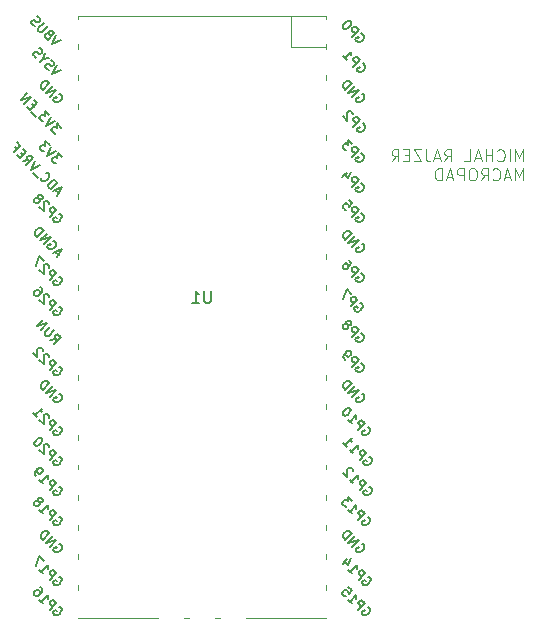
<source format=gbr>
%TF.GenerationSoftware,KiCad,Pcbnew,8.0.3*%
%TF.CreationDate,2024-08-31T16:39:55+01:00*%
%TF.ProjectId,macropad,6d616372-6f70-4616-942e-6b696361645f,rev?*%
%TF.SameCoordinates,Original*%
%TF.FileFunction,Legend,Bot*%
%TF.FilePolarity,Positive*%
%FSLAX46Y46*%
G04 Gerber Fmt 4.6, Leading zero omitted, Abs format (unit mm)*
G04 Created by KiCad (PCBNEW 8.0.3) date 2024-08-31 16:39:55*
%MOMM*%
%LPD*%
G01*
G04 APERTURE LIST*
%ADD10C,0.100000*%
%ADD11C,0.150000*%
%ADD12C,0.120000*%
G04 APERTURE END LIST*
D10*
X93696115Y-59162475D02*
X93696115Y-58162475D01*
X93696115Y-58162475D02*
X93362782Y-58876760D01*
X93362782Y-58876760D02*
X93029449Y-58162475D01*
X93029449Y-58162475D02*
X93029449Y-59162475D01*
X92553258Y-59162475D02*
X92553258Y-58162475D01*
X91505640Y-59067236D02*
X91553259Y-59114856D01*
X91553259Y-59114856D02*
X91696116Y-59162475D01*
X91696116Y-59162475D02*
X91791354Y-59162475D01*
X91791354Y-59162475D02*
X91934211Y-59114856D01*
X91934211Y-59114856D02*
X92029449Y-59019617D01*
X92029449Y-59019617D02*
X92077068Y-58924379D01*
X92077068Y-58924379D02*
X92124687Y-58733903D01*
X92124687Y-58733903D02*
X92124687Y-58591046D01*
X92124687Y-58591046D02*
X92077068Y-58400570D01*
X92077068Y-58400570D02*
X92029449Y-58305332D01*
X92029449Y-58305332D02*
X91934211Y-58210094D01*
X91934211Y-58210094D02*
X91791354Y-58162475D01*
X91791354Y-58162475D02*
X91696116Y-58162475D01*
X91696116Y-58162475D02*
X91553259Y-58210094D01*
X91553259Y-58210094D02*
X91505640Y-58257713D01*
X91077068Y-59162475D02*
X91077068Y-58162475D01*
X91077068Y-58638665D02*
X90505640Y-58638665D01*
X90505640Y-59162475D02*
X90505640Y-58162475D01*
X90077068Y-58876760D02*
X89600878Y-58876760D01*
X90172306Y-59162475D02*
X89838973Y-58162475D01*
X89838973Y-58162475D02*
X89505640Y-59162475D01*
X88696116Y-59162475D02*
X89172306Y-59162475D01*
X89172306Y-59162475D02*
X89172306Y-58162475D01*
X87029449Y-59162475D02*
X87362782Y-58686284D01*
X87600877Y-59162475D02*
X87600877Y-58162475D01*
X87600877Y-58162475D02*
X87219925Y-58162475D01*
X87219925Y-58162475D02*
X87124687Y-58210094D01*
X87124687Y-58210094D02*
X87077068Y-58257713D01*
X87077068Y-58257713D02*
X87029449Y-58352951D01*
X87029449Y-58352951D02*
X87029449Y-58495808D01*
X87029449Y-58495808D02*
X87077068Y-58591046D01*
X87077068Y-58591046D02*
X87124687Y-58638665D01*
X87124687Y-58638665D02*
X87219925Y-58686284D01*
X87219925Y-58686284D02*
X87600877Y-58686284D01*
X86648496Y-58876760D02*
X86172306Y-58876760D01*
X86743734Y-59162475D02*
X86410401Y-58162475D01*
X86410401Y-58162475D02*
X86077068Y-59162475D01*
X85458020Y-58162475D02*
X85458020Y-58876760D01*
X85458020Y-58876760D02*
X85505639Y-59019617D01*
X85505639Y-59019617D02*
X85600877Y-59114856D01*
X85600877Y-59114856D02*
X85743734Y-59162475D01*
X85743734Y-59162475D02*
X85838972Y-59162475D01*
X85077067Y-58162475D02*
X84410401Y-58162475D01*
X84410401Y-58162475D02*
X85077067Y-59162475D01*
X85077067Y-59162475D02*
X84410401Y-59162475D01*
X84029448Y-58638665D02*
X83696115Y-58638665D01*
X83553258Y-59162475D02*
X84029448Y-59162475D01*
X84029448Y-59162475D02*
X84029448Y-58162475D01*
X84029448Y-58162475D02*
X83553258Y-58162475D01*
X82553258Y-59162475D02*
X82886591Y-58686284D01*
X83124686Y-59162475D02*
X83124686Y-58162475D01*
X83124686Y-58162475D02*
X82743734Y-58162475D01*
X82743734Y-58162475D02*
X82648496Y-58210094D01*
X82648496Y-58210094D02*
X82600877Y-58257713D01*
X82600877Y-58257713D02*
X82553258Y-58352951D01*
X82553258Y-58352951D02*
X82553258Y-58495808D01*
X82553258Y-58495808D02*
X82600877Y-58591046D01*
X82600877Y-58591046D02*
X82648496Y-58638665D01*
X82648496Y-58638665D02*
X82743734Y-58686284D01*
X82743734Y-58686284D02*
X83124686Y-58686284D01*
X93696115Y-60772419D02*
X93696115Y-59772419D01*
X93696115Y-59772419D02*
X93362782Y-60486704D01*
X93362782Y-60486704D02*
X93029449Y-59772419D01*
X93029449Y-59772419D02*
X93029449Y-60772419D01*
X92600877Y-60486704D02*
X92124687Y-60486704D01*
X92696115Y-60772419D02*
X92362782Y-59772419D01*
X92362782Y-59772419D02*
X92029449Y-60772419D01*
X91124687Y-60677180D02*
X91172306Y-60724800D01*
X91172306Y-60724800D02*
X91315163Y-60772419D01*
X91315163Y-60772419D02*
X91410401Y-60772419D01*
X91410401Y-60772419D02*
X91553258Y-60724800D01*
X91553258Y-60724800D02*
X91648496Y-60629561D01*
X91648496Y-60629561D02*
X91696115Y-60534323D01*
X91696115Y-60534323D02*
X91743734Y-60343847D01*
X91743734Y-60343847D02*
X91743734Y-60200990D01*
X91743734Y-60200990D02*
X91696115Y-60010514D01*
X91696115Y-60010514D02*
X91648496Y-59915276D01*
X91648496Y-59915276D02*
X91553258Y-59820038D01*
X91553258Y-59820038D02*
X91410401Y-59772419D01*
X91410401Y-59772419D02*
X91315163Y-59772419D01*
X91315163Y-59772419D02*
X91172306Y-59820038D01*
X91172306Y-59820038D02*
X91124687Y-59867657D01*
X90124687Y-60772419D02*
X90458020Y-60296228D01*
X90696115Y-60772419D02*
X90696115Y-59772419D01*
X90696115Y-59772419D02*
X90315163Y-59772419D01*
X90315163Y-59772419D02*
X90219925Y-59820038D01*
X90219925Y-59820038D02*
X90172306Y-59867657D01*
X90172306Y-59867657D02*
X90124687Y-59962895D01*
X90124687Y-59962895D02*
X90124687Y-60105752D01*
X90124687Y-60105752D02*
X90172306Y-60200990D01*
X90172306Y-60200990D02*
X90219925Y-60248609D01*
X90219925Y-60248609D02*
X90315163Y-60296228D01*
X90315163Y-60296228D02*
X90696115Y-60296228D01*
X89505639Y-59772419D02*
X89315163Y-59772419D01*
X89315163Y-59772419D02*
X89219925Y-59820038D01*
X89219925Y-59820038D02*
X89124687Y-59915276D01*
X89124687Y-59915276D02*
X89077068Y-60105752D01*
X89077068Y-60105752D02*
X89077068Y-60439085D01*
X89077068Y-60439085D02*
X89124687Y-60629561D01*
X89124687Y-60629561D02*
X89219925Y-60724800D01*
X89219925Y-60724800D02*
X89315163Y-60772419D01*
X89315163Y-60772419D02*
X89505639Y-60772419D01*
X89505639Y-60772419D02*
X89600877Y-60724800D01*
X89600877Y-60724800D02*
X89696115Y-60629561D01*
X89696115Y-60629561D02*
X89743734Y-60439085D01*
X89743734Y-60439085D02*
X89743734Y-60105752D01*
X89743734Y-60105752D02*
X89696115Y-59915276D01*
X89696115Y-59915276D02*
X89600877Y-59820038D01*
X89600877Y-59820038D02*
X89505639Y-59772419D01*
X88648496Y-60772419D02*
X88648496Y-59772419D01*
X88648496Y-59772419D02*
X88267544Y-59772419D01*
X88267544Y-59772419D02*
X88172306Y-59820038D01*
X88172306Y-59820038D02*
X88124687Y-59867657D01*
X88124687Y-59867657D02*
X88077068Y-59962895D01*
X88077068Y-59962895D02*
X88077068Y-60105752D01*
X88077068Y-60105752D02*
X88124687Y-60200990D01*
X88124687Y-60200990D02*
X88172306Y-60248609D01*
X88172306Y-60248609D02*
X88267544Y-60296228D01*
X88267544Y-60296228D02*
X88648496Y-60296228D01*
X87696115Y-60486704D02*
X87219925Y-60486704D01*
X87791353Y-60772419D02*
X87458020Y-59772419D01*
X87458020Y-59772419D02*
X87124687Y-60772419D01*
X86791353Y-60772419D02*
X86791353Y-59772419D01*
X86791353Y-59772419D02*
X86553258Y-59772419D01*
X86553258Y-59772419D02*
X86410401Y-59820038D01*
X86410401Y-59820038D02*
X86315163Y-59915276D01*
X86315163Y-59915276D02*
X86267544Y-60010514D01*
X86267544Y-60010514D02*
X86219925Y-60200990D01*
X86219925Y-60200990D02*
X86219925Y-60343847D01*
X86219925Y-60343847D02*
X86267544Y-60534323D01*
X86267544Y-60534323D02*
X86315163Y-60629561D01*
X86315163Y-60629561D02*
X86410401Y-60724800D01*
X86410401Y-60724800D02*
X86553258Y-60772419D01*
X86553258Y-60772419D02*
X86791353Y-60772419D01*
D11*
X67261904Y-70154819D02*
X67261904Y-70964342D01*
X67261904Y-70964342D02*
X67214285Y-71059580D01*
X67214285Y-71059580D02*
X67166666Y-71107200D01*
X67166666Y-71107200D02*
X67071428Y-71154819D01*
X67071428Y-71154819D02*
X66880952Y-71154819D01*
X66880952Y-71154819D02*
X66785714Y-71107200D01*
X66785714Y-71107200D02*
X66738095Y-71059580D01*
X66738095Y-71059580D02*
X66690476Y-70964342D01*
X66690476Y-70964342D02*
X66690476Y-70154819D01*
X65690476Y-71154819D02*
X66261904Y-71154819D01*
X65976190Y-71154819D02*
X65976190Y-70154819D01*
X65976190Y-70154819D02*
X66071428Y-70297676D01*
X66071428Y-70297676D02*
X66166666Y-70392914D01*
X66166666Y-70392914D02*
X66261904Y-70440533D01*
X54423564Y-53448431D02*
X54504376Y-53475368D01*
X54504376Y-53475368D02*
X54585188Y-53556180D01*
X54585188Y-53556180D02*
X54639063Y-53663930D01*
X54639063Y-53663930D02*
X54639063Y-53771680D01*
X54639063Y-53771680D02*
X54612126Y-53852492D01*
X54612126Y-53852492D02*
X54531314Y-53987179D01*
X54531314Y-53987179D02*
X54450501Y-54067991D01*
X54450501Y-54067991D02*
X54315814Y-54148803D01*
X54315814Y-54148803D02*
X54235002Y-54175741D01*
X54235002Y-54175741D02*
X54127253Y-54175741D01*
X54127253Y-54175741D02*
X54019503Y-54121866D01*
X54019503Y-54121866D02*
X53965628Y-54067991D01*
X53965628Y-54067991D02*
X53911753Y-53960241D01*
X53911753Y-53960241D02*
X53911753Y-53906367D01*
X53911753Y-53906367D02*
X54100315Y-53717805D01*
X54100315Y-53717805D02*
X54208065Y-53825554D01*
X53615442Y-53717805D02*
X54181127Y-53152119D01*
X54181127Y-53152119D02*
X53292193Y-53394556D01*
X53292193Y-53394556D02*
X53857879Y-52828871D01*
X53022819Y-53125182D02*
X53588505Y-52559497D01*
X53588505Y-52559497D02*
X53453818Y-52424810D01*
X53453818Y-52424810D02*
X53346068Y-52370935D01*
X53346068Y-52370935D02*
X53238319Y-52370935D01*
X53238319Y-52370935D02*
X53157506Y-52397872D01*
X53157506Y-52397872D02*
X53022819Y-52478685D01*
X53022819Y-52478685D02*
X52942007Y-52559497D01*
X52942007Y-52559497D02*
X52861195Y-52694184D01*
X52861195Y-52694184D02*
X52834258Y-52774996D01*
X52834258Y-52774996D02*
X52834258Y-52882746D01*
X52834258Y-52882746D02*
X52888132Y-52990495D01*
X52888132Y-52990495D02*
X53022819Y-53125182D01*
X54587592Y-56308584D02*
X54237406Y-55958398D01*
X54237406Y-55958398D02*
X54210468Y-56362459D01*
X54210468Y-56362459D02*
X54129656Y-56281646D01*
X54129656Y-56281646D02*
X54048844Y-56254709D01*
X54048844Y-56254709D02*
X53994969Y-56254709D01*
X53994969Y-56254709D02*
X53914157Y-56281646D01*
X53914157Y-56281646D02*
X53779470Y-56416333D01*
X53779470Y-56416333D02*
X53752532Y-56497146D01*
X53752532Y-56497146D02*
X53752532Y-56551020D01*
X53752532Y-56551020D02*
X53779470Y-56631833D01*
X53779470Y-56631833D02*
X53941094Y-56793457D01*
X53941094Y-56793457D02*
X54021906Y-56820394D01*
X54021906Y-56820394D02*
X54075781Y-56820394D01*
X54075781Y-55796773D02*
X53321534Y-56173897D01*
X53321534Y-56173897D02*
X53698657Y-55419649D01*
X53563971Y-55284963D02*
X53213784Y-54934776D01*
X53213784Y-54934776D02*
X53186847Y-55338837D01*
X53186847Y-55338837D02*
X53106035Y-55258025D01*
X53106035Y-55258025D02*
X53025223Y-55231088D01*
X53025223Y-55231088D02*
X52971348Y-55231088D01*
X52971348Y-55231088D02*
X52890535Y-55258025D01*
X52890535Y-55258025D02*
X52755848Y-55392712D01*
X52755848Y-55392712D02*
X52728911Y-55473524D01*
X52728911Y-55473524D02*
X52728911Y-55527399D01*
X52728911Y-55527399D02*
X52755848Y-55608211D01*
X52755848Y-55608211D02*
X52917473Y-55769836D01*
X52917473Y-55769836D02*
X52998285Y-55796773D01*
X52998285Y-55796773D02*
X53052160Y-55796773D01*
X52486474Y-55446587D02*
X52055476Y-55015588D01*
X52270975Y-54530715D02*
X52082413Y-54342153D01*
X51705290Y-54557652D02*
X51974664Y-54827026D01*
X51974664Y-54827026D02*
X52540349Y-54261341D01*
X52540349Y-54261341D02*
X52270975Y-53991967D01*
X51462853Y-54315215D02*
X52028538Y-53749530D01*
X52028538Y-53749530D02*
X51139604Y-53991967D01*
X51139604Y-53991967D02*
X51705289Y-53426281D01*
X80666001Y-86710868D02*
X80746814Y-86737805D01*
X80746814Y-86737805D02*
X80827626Y-86818618D01*
X80827626Y-86818618D02*
X80881501Y-86926367D01*
X80881501Y-86926367D02*
X80881501Y-87034117D01*
X80881501Y-87034117D02*
X80854563Y-87114929D01*
X80854563Y-87114929D02*
X80773751Y-87249616D01*
X80773751Y-87249616D02*
X80692939Y-87330428D01*
X80692939Y-87330428D02*
X80558252Y-87411241D01*
X80558252Y-87411241D02*
X80477439Y-87438178D01*
X80477439Y-87438178D02*
X80369690Y-87438178D01*
X80369690Y-87438178D02*
X80261940Y-87384303D01*
X80261940Y-87384303D02*
X80208065Y-87330428D01*
X80208065Y-87330428D02*
X80154191Y-87222679D01*
X80154191Y-87222679D02*
X80154191Y-87168804D01*
X80154191Y-87168804D02*
X80342752Y-86980242D01*
X80342752Y-86980242D02*
X80450502Y-87087992D01*
X79857879Y-86980242D02*
X80423565Y-86414557D01*
X80423565Y-86414557D02*
X80208065Y-86199057D01*
X80208065Y-86199057D02*
X80127253Y-86172120D01*
X80127253Y-86172120D02*
X80073378Y-86172120D01*
X80073378Y-86172120D02*
X79992566Y-86199057D01*
X79992566Y-86199057D02*
X79911754Y-86279870D01*
X79911754Y-86279870D02*
X79884817Y-86360682D01*
X79884817Y-86360682D02*
X79884817Y-86414557D01*
X79884817Y-86414557D02*
X79911754Y-86495369D01*
X79911754Y-86495369D02*
X80127253Y-86710868D01*
X78995882Y-86118245D02*
X79319131Y-86441494D01*
X79157507Y-86279870D02*
X79723192Y-85714184D01*
X79723192Y-85714184D02*
X79696255Y-85848871D01*
X79696255Y-85848871D02*
X79696255Y-85956621D01*
X79696255Y-85956621D02*
X79723192Y-86037433D01*
X79292194Y-85390935D02*
X79292194Y-85337060D01*
X79292194Y-85337060D02*
X79265256Y-85256248D01*
X79265256Y-85256248D02*
X79130569Y-85121561D01*
X79130569Y-85121561D02*
X79049757Y-85094624D01*
X79049757Y-85094624D02*
X78995882Y-85094624D01*
X78995882Y-85094624D02*
X78915070Y-85121561D01*
X78915070Y-85121561D02*
X78861195Y-85175436D01*
X78861195Y-85175436D02*
X78807320Y-85283186D01*
X78807320Y-85283186D02*
X78807320Y-85929683D01*
X78807320Y-85929683D02*
X78457134Y-85579497D01*
X80096627Y-55961494D02*
X80177439Y-55988431D01*
X80177439Y-55988431D02*
X80258251Y-56069243D01*
X80258251Y-56069243D02*
X80312126Y-56176993D01*
X80312126Y-56176993D02*
X80312126Y-56284742D01*
X80312126Y-56284742D02*
X80285189Y-56365555D01*
X80285189Y-56365555D02*
X80204376Y-56500242D01*
X80204376Y-56500242D02*
X80123564Y-56581054D01*
X80123564Y-56581054D02*
X79988877Y-56661866D01*
X79988877Y-56661866D02*
X79908065Y-56688803D01*
X79908065Y-56688803D02*
X79800315Y-56688803D01*
X79800315Y-56688803D02*
X79692566Y-56634929D01*
X79692566Y-56634929D02*
X79638691Y-56581054D01*
X79638691Y-56581054D02*
X79584816Y-56473304D01*
X79584816Y-56473304D02*
X79584816Y-56419429D01*
X79584816Y-56419429D02*
X79773378Y-56230868D01*
X79773378Y-56230868D02*
X79881128Y-56338617D01*
X79288505Y-56230868D02*
X79854190Y-55665182D01*
X79854190Y-55665182D02*
X79638691Y-55449683D01*
X79638691Y-55449683D02*
X79557879Y-55422746D01*
X79557879Y-55422746D02*
X79504004Y-55422746D01*
X79504004Y-55422746D02*
X79423192Y-55449683D01*
X79423192Y-55449683D02*
X79342380Y-55530495D01*
X79342380Y-55530495D02*
X79315442Y-55611307D01*
X79315442Y-55611307D02*
X79315442Y-55665182D01*
X79315442Y-55665182D02*
X79342380Y-55745994D01*
X79342380Y-55745994D02*
X79557879Y-55961494D01*
X79261567Y-55180309D02*
X79261567Y-55126434D01*
X79261567Y-55126434D02*
X79234630Y-55045622D01*
X79234630Y-55045622D02*
X79099943Y-54910935D01*
X79099943Y-54910935D02*
X79019131Y-54883998D01*
X79019131Y-54883998D02*
X78965256Y-54883998D01*
X78965256Y-54883998D02*
X78884444Y-54910935D01*
X78884444Y-54910935D02*
X78830569Y-54964810D01*
X78830569Y-54964810D02*
X78776694Y-55072559D01*
X78776694Y-55072559D02*
X78776694Y-55719057D01*
X78776694Y-55719057D02*
X78426508Y-55368871D01*
X54412001Y-76550868D02*
X54492814Y-76577805D01*
X54492814Y-76577805D02*
X54573626Y-76658618D01*
X54573626Y-76658618D02*
X54627501Y-76766367D01*
X54627501Y-76766367D02*
X54627501Y-76874117D01*
X54627501Y-76874117D02*
X54600563Y-76954929D01*
X54600563Y-76954929D02*
X54519751Y-77089616D01*
X54519751Y-77089616D02*
X54438939Y-77170428D01*
X54438939Y-77170428D02*
X54304252Y-77251241D01*
X54304252Y-77251241D02*
X54223439Y-77278178D01*
X54223439Y-77278178D02*
X54115690Y-77278178D01*
X54115690Y-77278178D02*
X54007940Y-77224303D01*
X54007940Y-77224303D02*
X53954065Y-77170428D01*
X53954065Y-77170428D02*
X53900191Y-77062679D01*
X53900191Y-77062679D02*
X53900191Y-77008804D01*
X53900191Y-77008804D02*
X54088752Y-76820242D01*
X54088752Y-76820242D02*
X54196502Y-76927992D01*
X53603879Y-76820242D02*
X54169565Y-76254557D01*
X54169565Y-76254557D02*
X53954065Y-76039057D01*
X53954065Y-76039057D02*
X53873253Y-76012120D01*
X53873253Y-76012120D02*
X53819378Y-76012120D01*
X53819378Y-76012120D02*
X53738566Y-76039057D01*
X53738566Y-76039057D02*
X53657754Y-76119870D01*
X53657754Y-76119870D02*
X53630817Y-76200682D01*
X53630817Y-76200682D02*
X53630817Y-76254557D01*
X53630817Y-76254557D02*
X53657754Y-76335369D01*
X53657754Y-76335369D02*
X53873253Y-76550868D01*
X53576942Y-75769683D02*
X53576942Y-75715809D01*
X53576942Y-75715809D02*
X53550004Y-75634996D01*
X53550004Y-75634996D02*
X53415317Y-75500309D01*
X53415317Y-75500309D02*
X53334505Y-75473372D01*
X53334505Y-75473372D02*
X53280630Y-75473372D01*
X53280630Y-75473372D02*
X53199818Y-75500309D01*
X53199818Y-75500309D02*
X53145943Y-75554184D01*
X53145943Y-75554184D02*
X53092069Y-75661934D01*
X53092069Y-75661934D02*
X53092069Y-76308431D01*
X53092069Y-76308431D02*
X52741882Y-75958245D01*
X53038194Y-75230935D02*
X53038194Y-75177060D01*
X53038194Y-75177060D02*
X53011256Y-75096248D01*
X53011256Y-75096248D02*
X52876569Y-74961561D01*
X52876569Y-74961561D02*
X52795757Y-74934624D01*
X52795757Y-74934624D02*
X52741882Y-74934624D01*
X52741882Y-74934624D02*
X52661070Y-74961561D01*
X52661070Y-74961561D02*
X52607195Y-75015436D01*
X52607195Y-75015436D02*
X52553320Y-75123186D01*
X52553320Y-75123186D02*
X52553320Y-75769683D01*
X52553320Y-75769683D02*
X52203134Y-75419497D01*
X80520001Y-81630868D02*
X80600814Y-81657805D01*
X80600814Y-81657805D02*
X80681626Y-81738618D01*
X80681626Y-81738618D02*
X80735501Y-81846367D01*
X80735501Y-81846367D02*
X80735501Y-81954117D01*
X80735501Y-81954117D02*
X80708563Y-82034929D01*
X80708563Y-82034929D02*
X80627751Y-82169616D01*
X80627751Y-82169616D02*
X80546939Y-82250428D01*
X80546939Y-82250428D02*
X80412252Y-82331241D01*
X80412252Y-82331241D02*
X80331439Y-82358178D01*
X80331439Y-82358178D02*
X80223690Y-82358178D01*
X80223690Y-82358178D02*
X80115940Y-82304303D01*
X80115940Y-82304303D02*
X80062065Y-82250428D01*
X80062065Y-82250428D02*
X80008191Y-82142679D01*
X80008191Y-82142679D02*
X80008191Y-82088804D01*
X80008191Y-82088804D02*
X80196752Y-81900242D01*
X80196752Y-81900242D02*
X80304502Y-82007992D01*
X79711879Y-81900242D02*
X80277565Y-81334557D01*
X80277565Y-81334557D02*
X80062065Y-81119057D01*
X80062065Y-81119057D02*
X79981253Y-81092120D01*
X79981253Y-81092120D02*
X79927378Y-81092120D01*
X79927378Y-81092120D02*
X79846566Y-81119057D01*
X79846566Y-81119057D02*
X79765754Y-81199870D01*
X79765754Y-81199870D02*
X79738817Y-81280682D01*
X79738817Y-81280682D02*
X79738817Y-81334557D01*
X79738817Y-81334557D02*
X79765754Y-81415369D01*
X79765754Y-81415369D02*
X79981253Y-81630868D01*
X78849882Y-81038245D02*
X79173131Y-81361494D01*
X79011507Y-81199870D02*
X79577192Y-80634184D01*
X79577192Y-80634184D02*
X79550255Y-80768871D01*
X79550255Y-80768871D02*
X79550255Y-80876621D01*
X79550255Y-80876621D02*
X79577192Y-80957433D01*
X79065381Y-80122373D02*
X79011507Y-80068499D01*
X79011507Y-80068499D02*
X78930694Y-80041561D01*
X78930694Y-80041561D02*
X78876820Y-80041561D01*
X78876820Y-80041561D02*
X78796007Y-80068499D01*
X78796007Y-80068499D02*
X78661320Y-80149311D01*
X78661320Y-80149311D02*
X78526633Y-80283998D01*
X78526633Y-80283998D02*
X78445821Y-80418685D01*
X78445821Y-80418685D02*
X78418884Y-80499497D01*
X78418884Y-80499497D02*
X78418884Y-80553372D01*
X78418884Y-80553372D02*
X78445821Y-80634184D01*
X78445821Y-80634184D02*
X78499696Y-80688059D01*
X78499696Y-80688059D02*
X78580508Y-80714996D01*
X78580508Y-80714996D02*
X78634383Y-80714996D01*
X78634383Y-80714996D02*
X78715195Y-80688059D01*
X78715195Y-80688059D02*
X78849882Y-80607247D01*
X78849882Y-80607247D02*
X78984569Y-80472560D01*
X78984569Y-80472560D02*
X79065381Y-80337873D01*
X79065381Y-80337873D02*
X79092319Y-80257060D01*
X79092319Y-80257060D02*
X79092319Y-80203186D01*
X79092319Y-80203186D02*
X79065381Y-80122373D01*
X54412001Y-81640868D02*
X54492814Y-81667805D01*
X54492814Y-81667805D02*
X54573626Y-81748618D01*
X54573626Y-81748618D02*
X54627501Y-81856367D01*
X54627501Y-81856367D02*
X54627501Y-81964117D01*
X54627501Y-81964117D02*
X54600563Y-82044929D01*
X54600563Y-82044929D02*
X54519751Y-82179616D01*
X54519751Y-82179616D02*
X54438939Y-82260428D01*
X54438939Y-82260428D02*
X54304252Y-82341241D01*
X54304252Y-82341241D02*
X54223439Y-82368178D01*
X54223439Y-82368178D02*
X54115690Y-82368178D01*
X54115690Y-82368178D02*
X54007940Y-82314303D01*
X54007940Y-82314303D02*
X53954065Y-82260428D01*
X53954065Y-82260428D02*
X53900191Y-82152679D01*
X53900191Y-82152679D02*
X53900191Y-82098804D01*
X53900191Y-82098804D02*
X54088752Y-81910242D01*
X54088752Y-81910242D02*
X54196502Y-82017992D01*
X53603879Y-81910242D02*
X54169565Y-81344557D01*
X54169565Y-81344557D02*
X53954065Y-81129057D01*
X53954065Y-81129057D02*
X53873253Y-81102120D01*
X53873253Y-81102120D02*
X53819378Y-81102120D01*
X53819378Y-81102120D02*
X53738566Y-81129057D01*
X53738566Y-81129057D02*
X53657754Y-81209870D01*
X53657754Y-81209870D02*
X53630817Y-81290682D01*
X53630817Y-81290682D02*
X53630817Y-81344557D01*
X53630817Y-81344557D02*
X53657754Y-81425369D01*
X53657754Y-81425369D02*
X53873253Y-81640868D01*
X53576942Y-80859683D02*
X53576942Y-80805809D01*
X53576942Y-80805809D02*
X53550004Y-80724996D01*
X53550004Y-80724996D02*
X53415317Y-80590309D01*
X53415317Y-80590309D02*
X53334505Y-80563372D01*
X53334505Y-80563372D02*
X53280630Y-80563372D01*
X53280630Y-80563372D02*
X53199818Y-80590309D01*
X53199818Y-80590309D02*
X53145943Y-80644184D01*
X53145943Y-80644184D02*
X53092069Y-80751934D01*
X53092069Y-80751934D02*
X53092069Y-81398431D01*
X53092069Y-81398431D02*
X52741882Y-81048245D01*
X52203134Y-80509497D02*
X52526383Y-80832746D01*
X52364759Y-80671121D02*
X52930444Y-80105436D01*
X52930444Y-80105436D02*
X52903507Y-80240123D01*
X52903507Y-80240123D02*
X52903507Y-80347873D01*
X52903507Y-80347873D02*
X52930444Y-80428685D01*
X80023564Y-66148431D02*
X80104376Y-66175368D01*
X80104376Y-66175368D02*
X80185188Y-66256180D01*
X80185188Y-66256180D02*
X80239063Y-66363930D01*
X80239063Y-66363930D02*
X80239063Y-66471680D01*
X80239063Y-66471680D02*
X80212126Y-66552492D01*
X80212126Y-66552492D02*
X80131314Y-66687179D01*
X80131314Y-66687179D02*
X80050501Y-66767991D01*
X80050501Y-66767991D02*
X79915814Y-66848803D01*
X79915814Y-66848803D02*
X79835002Y-66875741D01*
X79835002Y-66875741D02*
X79727253Y-66875741D01*
X79727253Y-66875741D02*
X79619503Y-66821866D01*
X79619503Y-66821866D02*
X79565628Y-66767991D01*
X79565628Y-66767991D02*
X79511753Y-66660241D01*
X79511753Y-66660241D02*
X79511753Y-66606367D01*
X79511753Y-66606367D02*
X79700315Y-66417805D01*
X79700315Y-66417805D02*
X79808065Y-66525554D01*
X79215442Y-66417805D02*
X79781127Y-65852119D01*
X79781127Y-65852119D02*
X78892193Y-66094556D01*
X78892193Y-66094556D02*
X79457879Y-65528871D01*
X78622819Y-65825182D02*
X79188505Y-65259497D01*
X79188505Y-65259497D02*
X79053818Y-65124810D01*
X79053818Y-65124810D02*
X78946068Y-65070935D01*
X78946068Y-65070935D02*
X78838319Y-65070935D01*
X78838319Y-65070935D02*
X78757506Y-65097872D01*
X78757506Y-65097872D02*
X78622819Y-65178685D01*
X78622819Y-65178685D02*
X78542007Y-65259497D01*
X78542007Y-65259497D02*
X78461195Y-65394184D01*
X78461195Y-65394184D02*
X78434258Y-65474996D01*
X78434258Y-65474996D02*
X78434258Y-65582746D01*
X78434258Y-65582746D02*
X78488132Y-65690495D01*
X78488132Y-65690495D02*
X78622819Y-65825182D01*
X79996627Y-48341494D02*
X80077439Y-48368431D01*
X80077439Y-48368431D02*
X80158251Y-48449243D01*
X80158251Y-48449243D02*
X80212126Y-48556993D01*
X80212126Y-48556993D02*
X80212126Y-48664742D01*
X80212126Y-48664742D02*
X80185189Y-48745555D01*
X80185189Y-48745555D02*
X80104376Y-48880242D01*
X80104376Y-48880242D02*
X80023564Y-48961054D01*
X80023564Y-48961054D02*
X79888877Y-49041866D01*
X79888877Y-49041866D02*
X79808065Y-49068803D01*
X79808065Y-49068803D02*
X79700315Y-49068803D01*
X79700315Y-49068803D02*
X79592566Y-49014929D01*
X79592566Y-49014929D02*
X79538691Y-48961054D01*
X79538691Y-48961054D02*
X79484816Y-48853304D01*
X79484816Y-48853304D02*
X79484816Y-48799429D01*
X79484816Y-48799429D02*
X79673378Y-48610868D01*
X79673378Y-48610868D02*
X79781128Y-48718617D01*
X79188505Y-48610868D02*
X79754190Y-48045182D01*
X79754190Y-48045182D02*
X79538691Y-47829683D01*
X79538691Y-47829683D02*
X79457879Y-47802746D01*
X79457879Y-47802746D02*
X79404004Y-47802746D01*
X79404004Y-47802746D02*
X79323192Y-47829683D01*
X79323192Y-47829683D02*
X79242380Y-47910495D01*
X79242380Y-47910495D02*
X79215442Y-47991307D01*
X79215442Y-47991307D02*
X79215442Y-48045182D01*
X79215442Y-48045182D02*
X79242380Y-48125994D01*
X79242380Y-48125994D02*
X79457879Y-48341494D01*
X79080755Y-47371747D02*
X79026880Y-47317872D01*
X79026880Y-47317872D02*
X78946068Y-47290935D01*
X78946068Y-47290935D02*
X78892193Y-47290935D01*
X78892193Y-47290935D02*
X78811381Y-47317872D01*
X78811381Y-47317872D02*
X78676694Y-47398685D01*
X78676694Y-47398685D02*
X78542007Y-47533372D01*
X78542007Y-47533372D02*
X78461195Y-47668059D01*
X78461195Y-47668059D02*
X78434258Y-47748871D01*
X78434258Y-47748871D02*
X78434258Y-47802746D01*
X78434258Y-47802746D02*
X78461195Y-47883558D01*
X78461195Y-47883558D02*
X78515070Y-47937433D01*
X78515070Y-47937433D02*
X78595882Y-47964370D01*
X78595882Y-47964370D02*
X78649757Y-47964370D01*
X78649757Y-47964370D02*
X78730569Y-47937433D01*
X78730569Y-47937433D02*
X78865256Y-47856620D01*
X78865256Y-47856620D02*
X78999943Y-47721933D01*
X78999943Y-47721933D02*
X79080755Y-47587246D01*
X79080755Y-47587246D02*
X79107693Y-47506434D01*
X79107693Y-47506434D02*
X79107693Y-47452559D01*
X79107693Y-47452559D02*
X79080755Y-47371747D01*
X54423564Y-78848431D02*
X54504376Y-78875368D01*
X54504376Y-78875368D02*
X54585188Y-78956180D01*
X54585188Y-78956180D02*
X54639063Y-79063930D01*
X54639063Y-79063930D02*
X54639063Y-79171680D01*
X54639063Y-79171680D02*
X54612126Y-79252492D01*
X54612126Y-79252492D02*
X54531314Y-79387179D01*
X54531314Y-79387179D02*
X54450501Y-79467991D01*
X54450501Y-79467991D02*
X54315814Y-79548803D01*
X54315814Y-79548803D02*
X54235002Y-79575741D01*
X54235002Y-79575741D02*
X54127253Y-79575741D01*
X54127253Y-79575741D02*
X54019503Y-79521866D01*
X54019503Y-79521866D02*
X53965628Y-79467991D01*
X53965628Y-79467991D02*
X53911753Y-79360241D01*
X53911753Y-79360241D02*
X53911753Y-79306367D01*
X53911753Y-79306367D02*
X54100315Y-79117805D01*
X54100315Y-79117805D02*
X54208065Y-79225554D01*
X53615442Y-79117805D02*
X54181127Y-78552119D01*
X54181127Y-78552119D02*
X53292193Y-78794556D01*
X53292193Y-78794556D02*
X53857879Y-78228871D01*
X53022819Y-78525182D02*
X53588505Y-77959497D01*
X53588505Y-77959497D02*
X53453818Y-77824810D01*
X53453818Y-77824810D02*
X53346068Y-77770935D01*
X53346068Y-77770935D02*
X53238319Y-77770935D01*
X53238319Y-77770935D02*
X53157506Y-77797872D01*
X53157506Y-77797872D02*
X53022819Y-77878685D01*
X53022819Y-77878685D02*
X52942007Y-77959497D01*
X52942007Y-77959497D02*
X52861195Y-78094184D01*
X52861195Y-78094184D02*
X52834258Y-78174996D01*
X52834258Y-78174996D02*
X52834258Y-78282746D01*
X52834258Y-78282746D02*
X52888132Y-78390495D01*
X52888132Y-78390495D02*
X53022819Y-78525182D01*
X54412001Y-63596868D02*
X54492814Y-63623805D01*
X54492814Y-63623805D02*
X54573626Y-63704618D01*
X54573626Y-63704618D02*
X54627501Y-63812367D01*
X54627501Y-63812367D02*
X54627501Y-63920117D01*
X54627501Y-63920117D02*
X54600563Y-64000929D01*
X54600563Y-64000929D02*
X54519751Y-64135616D01*
X54519751Y-64135616D02*
X54438939Y-64216428D01*
X54438939Y-64216428D02*
X54304252Y-64297241D01*
X54304252Y-64297241D02*
X54223439Y-64324178D01*
X54223439Y-64324178D02*
X54115690Y-64324178D01*
X54115690Y-64324178D02*
X54007940Y-64270303D01*
X54007940Y-64270303D02*
X53954065Y-64216428D01*
X53954065Y-64216428D02*
X53900191Y-64108679D01*
X53900191Y-64108679D02*
X53900191Y-64054804D01*
X53900191Y-64054804D02*
X54088752Y-63866242D01*
X54088752Y-63866242D02*
X54196502Y-63973992D01*
X53603879Y-63866242D02*
X54169565Y-63300557D01*
X54169565Y-63300557D02*
X53954065Y-63085057D01*
X53954065Y-63085057D02*
X53873253Y-63058120D01*
X53873253Y-63058120D02*
X53819378Y-63058120D01*
X53819378Y-63058120D02*
X53738566Y-63085057D01*
X53738566Y-63085057D02*
X53657754Y-63165870D01*
X53657754Y-63165870D02*
X53630817Y-63246682D01*
X53630817Y-63246682D02*
X53630817Y-63300557D01*
X53630817Y-63300557D02*
X53657754Y-63381369D01*
X53657754Y-63381369D02*
X53873253Y-63596868D01*
X53576942Y-62815683D02*
X53576942Y-62761809D01*
X53576942Y-62761809D02*
X53550004Y-62680996D01*
X53550004Y-62680996D02*
X53415317Y-62546309D01*
X53415317Y-62546309D02*
X53334505Y-62519372D01*
X53334505Y-62519372D02*
X53280630Y-62519372D01*
X53280630Y-62519372D02*
X53199818Y-62546309D01*
X53199818Y-62546309D02*
X53145943Y-62600184D01*
X53145943Y-62600184D02*
X53092069Y-62707934D01*
X53092069Y-62707934D02*
X53092069Y-63354431D01*
X53092069Y-63354431D02*
X52741882Y-63004245D01*
X52741882Y-62357747D02*
X52822694Y-62384685D01*
X52822694Y-62384685D02*
X52876569Y-62384685D01*
X52876569Y-62384685D02*
X52957381Y-62357747D01*
X52957381Y-62357747D02*
X52984319Y-62330810D01*
X52984319Y-62330810D02*
X53011256Y-62249998D01*
X53011256Y-62249998D02*
X53011256Y-62196123D01*
X53011256Y-62196123D02*
X52984319Y-62115311D01*
X52984319Y-62115311D02*
X52876569Y-62007561D01*
X52876569Y-62007561D02*
X52795757Y-61980624D01*
X52795757Y-61980624D02*
X52741882Y-61980624D01*
X52741882Y-61980624D02*
X52661070Y-62007561D01*
X52661070Y-62007561D02*
X52634133Y-62034499D01*
X52634133Y-62034499D02*
X52607195Y-62115311D01*
X52607195Y-62115311D02*
X52607195Y-62169186D01*
X52607195Y-62169186D02*
X52634133Y-62249998D01*
X52634133Y-62249998D02*
X52741882Y-62357747D01*
X52741882Y-62357747D02*
X52768820Y-62438560D01*
X52768820Y-62438560D02*
X52768820Y-62492434D01*
X52768820Y-62492434D02*
X52741882Y-62573247D01*
X52741882Y-62573247D02*
X52634133Y-62680996D01*
X52634133Y-62680996D02*
X52553320Y-62707934D01*
X52553320Y-62707934D02*
X52499446Y-62707934D01*
X52499446Y-62707934D02*
X52418633Y-62680996D01*
X52418633Y-62680996D02*
X52310884Y-62573247D01*
X52310884Y-62573247D02*
X52283946Y-62492434D01*
X52283946Y-62492434D02*
X52283946Y-62438560D01*
X52283946Y-62438560D02*
X52310884Y-62357747D01*
X52310884Y-62357747D02*
X52418633Y-62249998D01*
X52418633Y-62249998D02*
X52499446Y-62223060D01*
X52499446Y-62223060D02*
X52553320Y-62223060D01*
X52553320Y-62223060D02*
X52634133Y-62249998D01*
X79996627Y-68661494D02*
X80077439Y-68688431D01*
X80077439Y-68688431D02*
X80158251Y-68769243D01*
X80158251Y-68769243D02*
X80212126Y-68876993D01*
X80212126Y-68876993D02*
X80212126Y-68984742D01*
X80212126Y-68984742D02*
X80185189Y-69065555D01*
X80185189Y-69065555D02*
X80104376Y-69200242D01*
X80104376Y-69200242D02*
X80023564Y-69281054D01*
X80023564Y-69281054D02*
X79888877Y-69361866D01*
X79888877Y-69361866D02*
X79808065Y-69388803D01*
X79808065Y-69388803D02*
X79700315Y-69388803D01*
X79700315Y-69388803D02*
X79592566Y-69334929D01*
X79592566Y-69334929D02*
X79538691Y-69281054D01*
X79538691Y-69281054D02*
X79484816Y-69173304D01*
X79484816Y-69173304D02*
X79484816Y-69119429D01*
X79484816Y-69119429D02*
X79673378Y-68930868D01*
X79673378Y-68930868D02*
X79781128Y-69038617D01*
X79188505Y-68930868D02*
X79754190Y-68365182D01*
X79754190Y-68365182D02*
X79538691Y-68149683D01*
X79538691Y-68149683D02*
X79457879Y-68122746D01*
X79457879Y-68122746D02*
X79404004Y-68122746D01*
X79404004Y-68122746D02*
X79323192Y-68149683D01*
X79323192Y-68149683D02*
X79242380Y-68230495D01*
X79242380Y-68230495D02*
X79215442Y-68311307D01*
X79215442Y-68311307D02*
X79215442Y-68365182D01*
X79215442Y-68365182D02*
X79242380Y-68445994D01*
X79242380Y-68445994D02*
X79457879Y-68661494D01*
X78946068Y-67557060D02*
X79053818Y-67664810D01*
X79053818Y-67664810D02*
X79080755Y-67745622D01*
X79080755Y-67745622D02*
X79080755Y-67799497D01*
X79080755Y-67799497D02*
X79053818Y-67934184D01*
X79053818Y-67934184D02*
X78973006Y-68068871D01*
X78973006Y-68068871D02*
X78757506Y-68284370D01*
X78757506Y-68284370D02*
X78676694Y-68311307D01*
X78676694Y-68311307D02*
X78622819Y-68311307D01*
X78622819Y-68311307D02*
X78542007Y-68284370D01*
X78542007Y-68284370D02*
X78434258Y-68176620D01*
X78434258Y-68176620D02*
X78407320Y-68095808D01*
X78407320Y-68095808D02*
X78407320Y-68041933D01*
X78407320Y-68041933D02*
X78434258Y-67961121D01*
X78434258Y-67961121D02*
X78568945Y-67826434D01*
X78568945Y-67826434D02*
X78649757Y-67799497D01*
X78649757Y-67799497D02*
X78703632Y-67799497D01*
X78703632Y-67799497D02*
X78784444Y-67826434D01*
X78784444Y-67826434D02*
X78892193Y-67934184D01*
X78892193Y-67934184D02*
X78919131Y-68014996D01*
X78919131Y-68014996D02*
X78919131Y-68068871D01*
X78919131Y-68068871D02*
X78892193Y-68149683D01*
X54589250Y-51420242D02*
X53835003Y-51797366D01*
X53835003Y-51797366D02*
X54212126Y-51043118D01*
X53511754Y-51420242D02*
X53404004Y-51366367D01*
X53404004Y-51366367D02*
X53269317Y-51231680D01*
X53269317Y-51231680D02*
X53242380Y-51150868D01*
X53242380Y-51150868D02*
X53242380Y-51096993D01*
X53242380Y-51096993D02*
X53269317Y-51016181D01*
X53269317Y-51016181D02*
X53323192Y-50962306D01*
X53323192Y-50962306D02*
X53404004Y-50935369D01*
X53404004Y-50935369D02*
X53457879Y-50935369D01*
X53457879Y-50935369D02*
X53538691Y-50962306D01*
X53538691Y-50962306D02*
X53673378Y-51043118D01*
X53673378Y-51043118D02*
X53754191Y-51070056D01*
X53754191Y-51070056D02*
X53808065Y-51070056D01*
X53808065Y-51070056D02*
X53888878Y-51043118D01*
X53888878Y-51043118D02*
X53942752Y-50989244D01*
X53942752Y-50989244D02*
X53969690Y-50908431D01*
X53969690Y-50908431D02*
X53969690Y-50854557D01*
X53969690Y-50854557D02*
X53942752Y-50773744D01*
X53942752Y-50773744D02*
X53808065Y-50639057D01*
X53808065Y-50639057D02*
X53700316Y-50585183D01*
X53080755Y-50504370D02*
X52811381Y-50773744D01*
X53565629Y-50396621D02*
X53080755Y-50504370D01*
X53080755Y-50504370D02*
X53188505Y-50019497D01*
X52488133Y-50396621D02*
X52380383Y-50342746D01*
X52380383Y-50342746D02*
X52245696Y-50208059D01*
X52245696Y-50208059D02*
X52218759Y-50127247D01*
X52218759Y-50127247D02*
X52218759Y-50073372D01*
X52218759Y-50073372D02*
X52245696Y-49992560D01*
X52245696Y-49992560D02*
X52299571Y-49938685D01*
X52299571Y-49938685D02*
X52380383Y-49911748D01*
X52380383Y-49911748D02*
X52434258Y-49911748D01*
X52434258Y-49911748D02*
X52515070Y-49938685D01*
X52515070Y-49938685D02*
X52649757Y-50019497D01*
X52649757Y-50019497D02*
X52730569Y-50046435D01*
X52730569Y-50046435D02*
X52784444Y-50046435D01*
X52784444Y-50046435D02*
X52865256Y-50019497D01*
X52865256Y-50019497D02*
X52919131Y-49965622D01*
X52919131Y-49965622D02*
X52946069Y-49884810D01*
X52946069Y-49884810D02*
X52946069Y-49830935D01*
X52946069Y-49830935D02*
X52919131Y-49750123D01*
X52919131Y-49750123D02*
X52784444Y-49615436D01*
X52784444Y-49615436D02*
X52676695Y-49561561D01*
X79996627Y-61041494D02*
X80077439Y-61068431D01*
X80077439Y-61068431D02*
X80158251Y-61149243D01*
X80158251Y-61149243D02*
X80212126Y-61256993D01*
X80212126Y-61256993D02*
X80212126Y-61364742D01*
X80212126Y-61364742D02*
X80185189Y-61445555D01*
X80185189Y-61445555D02*
X80104376Y-61580242D01*
X80104376Y-61580242D02*
X80023564Y-61661054D01*
X80023564Y-61661054D02*
X79888877Y-61741866D01*
X79888877Y-61741866D02*
X79808065Y-61768803D01*
X79808065Y-61768803D02*
X79700315Y-61768803D01*
X79700315Y-61768803D02*
X79592566Y-61714929D01*
X79592566Y-61714929D02*
X79538691Y-61661054D01*
X79538691Y-61661054D02*
X79484816Y-61553304D01*
X79484816Y-61553304D02*
X79484816Y-61499429D01*
X79484816Y-61499429D02*
X79673378Y-61310868D01*
X79673378Y-61310868D02*
X79781128Y-61418617D01*
X79188505Y-61310868D02*
X79754190Y-60745182D01*
X79754190Y-60745182D02*
X79538691Y-60529683D01*
X79538691Y-60529683D02*
X79457879Y-60502746D01*
X79457879Y-60502746D02*
X79404004Y-60502746D01*
X79404004Y-60502746D02*
X79323192Y-60529683D01*
X79323192Y-60529683D02*
X79242380Y-60610495D01*
X79242380Y-60610495D02*
X79215442Y-60691307D01*
X79215442Y-60691307D02*
X79215442Y-60745182D01*
X79215442Y-60745182D02*
X79242380Y-60825994D01*
X79242380Y-60825994D02*
X79457879Y-61041494D01*
X78757506Y-60125622D02*
X78380383Y-60502746D01*
X79107693Y-60044810D02*
X78838319Y-60583558D01*
X78838319Y-60583558D02*
X78488132Y-60233372D01*
X54412001Y-68940868D02*
X54492814Y-68967805D01*
X54492814Y-68967805D02*
X54573626Y-69048618D01*
X54573626Y-69048618D02*
X54627501Y-69156367D01*
X54627501Y-69156367D02*
X54627501Y-69264117D01*
X54627501Y-69264117D02*
X54600563Y-69344929D01*
X54600563Y-69344929D02*
X54519751Y-69479616D01*
X54519751Y-69479616D02*
X54438939Y-69560428D01*
X54438939Y-69560428D02*
X54304252Y-69641241D01*
X54304252Y-69641241D02*
X54223439Y-69668178D01*
X54223439Y-69668178D02*
X54115690Y-69668178D01*
X54115690Y-69668178D02*
X54007940Y-69614303D01*
X54007940Y-69614303D02*
X53954065Y-69560428D01*
X53954065Y-69560428D02*
X53900191Y-69452679D01*
X53900191Y-69452679D02*
X53900191Y-69398804D01*
X53900191Y-69398804D02*
X54088752Y-69210242D01*
X54088752Y-69210242D02*
X54196502Y-69317992D01*
X53603879Y-69210242D02*
X54169565Y-68644557D01*
X54169565Y-68644557D02*
X53954065Y-68429057D01*
X53954065Y-68429057D02*
X53873253Y-68402120D01*
X53873253Y-68402120D02*
X53819378Y-68402120D01*
X53819378Y-68402120D02*
X53738566Y-68429057D01*
X53738566Y-68429057D02*
X53657754Y-68509870D01*
X53657754Y-68509870D02*
X53630817Y-68590682D01*
X53630817Y-68590682D02*
X53630817Y-68644557D01*
X53630817Y-68644557D02*
X53657754Y-68725369D01*
X53657754Y-68725369D02*
X53873253Y-68940868D01*
X53576942Y-68159683D02*
X53576942Y-68105809D01*
X53576942Y-68105809D02*
X53550004Y-68024996D01*
X53550004Y-68024996D02*
X53415317Y-67890309D01*
X53415317Y-67890309D02*
X53334505Y-67863372D01*
X53334505Y-67863372D02*
X53280630Y-67863372D01*
X53280630Y-67863372D02*
X53199818Y-67890309D01*
X53199818Y-67890309D02*
X53145943Y-67944184D01*
X53145943Y-67944184D02*
X53092069Y-68051934D01*
X53092069Y-68051934D02*
X53092069Y-68698431D01*
X53092069Y-68698431D02*
X52741882Y-68348245D01*
X53119006Y-67593998D02*
X52741882Y-67216874D01*
X52741882Y-67216874D02*
X52418633Y-68024996D01*
X80520001Y-96870868D02*
X80600814Y-96897805D01*
X80600814Y-96897805D02*
X80681626Y-96978618D01*
X80681626Y-96978618D02*
X80735501Y-97086367D01*
X80735501Y-97086367D02*
X80735501Y-97194117D01*
X80735501Y-97194117D02*
X80708563Y-97274929D01*
X80708563Y-97274929D02*
X80627751Y-97409616D01*
X80627751Y-97409616D02*
X80546939Y-97490428D01*
X80546939Y-97490428D02*
X80412252Y-97571241D01*
X80412252Y-97571241D02*
X80331439Y-97598178D01*
X80331439Y-97598178D02*
X80223690Y-97598178D01*
X80223690Y-97598178D02*
X80115940Y-97544303D01*
X80115940Y-97544303D02*
X80062065Y-97490428D01*
X80062065Y-97490428D02*
X80008191Y-97382679D01*
X80008191Y-97382679D02*
X80008191Y-97328804D01*
X80008191Y-97328804D02*
X80196752Y-97140242D01*
X80196752Y-97140242D02*
X80304502Y-97247992D01*
X79711879Y-97140242D02*
X80277565Y-96574557D01*
X80277565Y-96574557D02*
X80062065Y-96359057D01*
X80062065Y-96359057D02*
X79981253Y-96332120D01*
X79981253Y-96332120D02*
X79927378Y-96332120D01*
X79927378Y-96332120D02*
X79846566Y-96359057D01*
X79846566Y-96359057D02*
X79765754Y-96439870D01*
X79765754Y-96439870D02*
X79738817Y-96520682D01*
X79738817Y-96520682D02*
X79738817Y-96574557D01*
X79738817Y-96574557D02*
X79765754Y-96655369D01*
X79765754Y-96655369D02*
X79981253Y-96870868D01*
X78849882Y-96278245D02*
X79173131Y-96601494D01*
X79011507Y-96439870D02*
X79577192Y-95874184D01*
X79577192Y-95874184D02*
X79550255Y-96008871D01*
X79550255Y-96008871D02*
X79550255Y-96116621D01*
X79550255Y-96116621D02*
X79577192Y-96197433D01*
X78903757Y-95200749D02*
X79173131Y-95470123D01*
X79173131Y-95470123D02*
X78930694Y-95766434D01*
X78930694Y-95766434D02*
X78930694Y-95712560D01*
X78930694Y-95712560D02*
X78903757Y-95631747D01*
X78903757Y-95631747D02*
X78769070Y-95497060D01*
X78769070Y-95497060D02*
X78688258Y-95470123D01*
X78688258Y-95470123D02*
X78634383Y-95470123D01*
X78634383Y-95470123D02*
X78553571Y-95497060D01*
X78553571Y-95497060D02*
X78418884Y-95631747D01*
X78418884Y-95631747D02*
X78391946Y-95712560D01*
X78391946Y-95712560D02*
X78391946Y-95766434D01*
X78391946Y-95766434D02*
X78418884Y-95847247D01*
X78418884Y-95847247D02*
X78553571Y-95981934D01*
X78553571Y-95981934D02*
X78634383Y-96008871D01*
X78634383Y-96008871D02*
X78688258Y-96008871D01*
X80023564Y-78848431D02*
X80104376Y-78875368D01*
X80104376Y-78875368D02*
X80185188Y-78956180D01*
X80185188Y-78956180D02*
X80239063Y-79063930D01*
X80239063Y-79063930D02*
X80239063Y-79171680D01*
X80239063Y-79171680D02*
X80212126Y-79252492D01*
X80212126Y-79252492D02*
X80131314Y-79387179D01*
X80131314Y-79387179D02*
X80050501Y-79467991D01*
X80050501Y-79467991D02*
X79915814Y-79548803D01*
X79915814Y-79548803D02*
X79835002Y-79575741D01*
X79835002Y-79575741D02*
X79727253Y-79575741D01*
X79727253Y-79575741D02*
X79619503Y-79521866D01*
X79619503Y-79521866D02*
X79565628Y-79467991D01*
X79565628Y-79467991D02*
X79511753Y-79360241D01*
X79511753Y-79360241D02*
X79511753Y-79306367D01*
X79511753Y-79306367D02*
X79700315Y-79117805D01*
X79700315Y-79117805D02*
X79808065Y-79225554D01*
X79215442Y-79117805D02*
X79781127Y-78552119D01*
X79781127Y-78552119D02*
X78892193Y-78794556D01*
X78892193Y-78794556D02*
X79457879Y-78228871D01*
X78622819Y-78525182D02*
X79188505Y-77959497D01*
X79188505Y-77959497D02*
X79053818Y-77824810D01*
X79053818Y-77824810D02*
X78946068Y-77770935D01*
X78946068Y-77770935D02*
X78838319Y-77770935D01*
X78838319Y-77770935D02*
X78757506Y-77797872D01*
X78757506Y-77797872D02*
X78622819Y-77878685D01*
X78622819Y-77878685D02*
X78542007Y-77959497D01*
X78542007Y-77959497D02*
X78461195Y-78094184D01*
X78461195Y-78094184D02*
X78434258Y-78174996D01*
X78434258Y-78174996D02*
X78434258Y-78282746D01*
X78434258Y-78282746D02*
X78488132Y-78390495D01*
X78488132Y-78390495D02*
X78622819Y-78525182D01*
X79996627Y-58501494D02*
X80077439Y-58528431D01*
X80077439Y-58528431D02*
X80158251Y-58609243D01*
X80158251Y-58609243D02*
X80212126Y-58716993D01*
X80212126Y-58716993D02*
X80212126Y-58824742D01*
X80212126Y-58824742D02*
X80185189Y-58905555D01*
X80185189Y-58905555D02*
X80104376Y-59040242D01*
X80104376Y-59040242D02*
X80023564Y-59121054D01*
X80023564Y-59121054D02*
X79888877Y-59201866D01*
X79888877Y-59201866D02*
X79808065Y-59228803D01*
X79808065Y-59228803D02*
X79700315Y-59228803D01*
X79700315Y-59228803D02*
X79592566Y-59174929D01*
X79592566Y-59174929D02*
X79538691Y-59121054D01*
X79538691Y-59121054D02*
X79484816Y-59013304D01*
X79484816Y-59013304D02*
X79484816Y-58959429D01*
X79484816Y-58959429D02*
X79673378Y-58770868D01*
X79673378Y-58770868D02*
X79781128Y-58878617D01*
X79188505Y-58770868D02*
X79754190Y-58205182D01*
X79754190Y-58205182D02*
X79538691Y-57989683D01*
X79538691Y-57989683D02*
X79457879Y-57962746D01*
X79457879Y-57962746D02*
X79404004Y-57962746D01*
X79404004Y-57962746D02*
X79323192Y-57989683D01*
X79323192Y-57989683D02*
X79242380Y-58070495D01*
X79242380Y-58070495D02*
X79215442Y-58151307D01*
X79215442Y-58151307D02*
X79215442Y-58205182D01*
X79215442Y-58205182D02*
X79242380Y-58285994D01*
X79242380Y-58285994D02*
X79457879Y-58501494D01*
X79242380Y-57693372D02*
X78892193Y-57343185D01*
X78892193Y-57343185D02*
X78865256Y-57747246D01*
X78865256Y-57747246D02*
X78784444Y-57666434D01*
X78784444Y-57666434D02*
X78703632Y-57639497D01*
X78703632Y-57639497D02*
X78649757Y-57639497D01*
X78649757Y-57639497D02*
X78568945Y-57666434D01*
X78568945Y-57666434D02*
X78434258Y-57801121D01*
X78434258Y-57801121D02*
X78407320Y-57881933D01*
X78407320Y-57881933D02*
X78407320Y-57935808D01*
X78407320Y-57935808D02*
X78434258Y-58016620D01*
X78434258Y-58016620D02*
X78595882Y-58178245D01*
X78595882Y-58178245D02*
X78676694Y-58205182D01*
X78676694Y-58205182D02*
X78730569Y-58205182D01*
X79996627Y-76281494D02*
X80077439Y-76308431D01*
X80077439Y-76308431D02*
X80158251Y-76389243D01*
X80158251Y-76389243D02*
X80212126Y-76496993D01*
X80212126Y-76496993D02*
X80212126Y-76604742D01*
X80212126Y-76604742D02*
X80185189Y-76685555D01*
X80185189Y-76685555D02*
X80104376Y-76820242D01*
X80104376Y-76820242D02*
X80023564Y-76901054D01*
X80023564Y-76901054D02*
X79888877Y-76981866D01*
X79888877Y-76981866D02*
X79808065Y-77008803D01*
X79808065Y-77008803D02*
X79700315Y-77008803D01*
X79700315Y-77008803D02*
X79592566Y-76954929D01*
X79592566Y-76954929D02*
X79538691Y-76901054D01*
X79538691Y-76901054D02*
X79484816Y-76793304D01*
X79484816Y-76793304D02*
X79484816Y-76739429D01*
X79484816Y-76739429D02*
X79673378Y-76550868D01*
X79673378Y-76550868D02*
X79781128Y-76658617D01*
X79188505Y-76550868D02*
X79754190Y-75985182D01*
X79754190Y-75985182D02*
X79538691Y-75769683D01*
X79538691Y-75769683D02*
X79457879Y-75742746D01*
X79457879Y-75742746D02*
X79404004Y-75742746D01*
X79404004Y-75742746D02*
X79323192Y-75769683D01*
X79323192Y-75769683D02*
X79242380Y-75850495D01*
X79242380Y-75850495D02*
X79215442Y-75931307D01*
X79215442Y-75931307D02*
X79215442Y-75985182D01*
X79215442Y-75985182D02*
X79242380Y-76065994D01*
X79242380Y-76065994D02*
X79457879Y-76281494D01*
X78595882Y-75958245D02*
X78488132Y-75850495D01*
X78488132Y-75850495D02*
X78461195Y-75769683D01*
X78461195Y-75769683D02*
X78461195Y-75715808D01*
X78461195Y-75715808D02*
X78488132Y-75581121D01*
X78488132Y-75581121D02*
X78568945Y-75446434D01*
X78568945Y-75446434D02*
X78784444Y-75230935D01*
X78784444Y-75230935D02*
X78865256Y-75203998D01*
X78865256Y-75203998D02*
X78919131Y-75203998D01*
X78919131Y-75203998D02*
X78999943Y-75230935D01*
X78999943Y-75230935D02*
X79107693Y-75338685D01*
X79107693Y-75338685D02*
X79134630Y-75419497D01*
X79134630Y-75419497D02*
X79134630Y-75473372D01*
X79134630Y-75473372D02*
X79107693Y-75554184D01*
X79107693Y-75554184D02*
X78973006Y-75688871D01*
X78973006Y-75688871D02*
X78892193Y-75715808D01*
X78892193Y-75715808D02*
X78838319Y-75715808D01*
X78838319Y-75715808D02*
X78757506Y-75688871D01*
X78757506Y-75688871D02*
X78649757Y-75581121D01*
X78649757Y-75581121D02*
X78622819Y-75500309D01*
X78622819Y-75500309D02*
X78622819Y-75446434D01*
X78622819Y-75446434D02*
X78649757Y-75365622D01*
X54354935Y-61884049D02*
X54085561Y-61614675D01*
X54247186Y-62099549D02*
X54624309Y-61345301D01*
X54624309Y-61345301D02*
X53870062Y-61722425D01*
X53681500Y-61533863D02*
X54247186Y-60968178D01*
X54247186Y-60968178D02*
X54112499Y-60833491D01*
X54112499Y-60833491D02*
X54004749Y-60779616D01*
X54004749Y-60779616D02*
X53897000Y-60779616D01*
X53897000Y-60779616D02*
X53816187Y-60806553D01*
X53816187Y-60806553D02*
X53681500Y-60887366D01*
X53681500Y-60887366D02*
X53600688Y-60968178D01*
X53600688Y-60968178D02*
X53519876Y-61102865D01*
X53519876Y-61102865D02*
X53492939Y-61183677D01*
X53492939Y-61183677D02*
X53492939Y-61291427D01*
X53492939Y-61291427D02*
X53546813Y-61399176D01*
X53546813Y-61399176D02*
X53681500Y-61533863D01*
X52846441Y-60591054D02*
X52846441Y-60644929D01*
X52846441Y-60644929D02*
X52900316Y-60752679D01*
X52900316Y-60752679D02*
X52954191Y-60806553D01*
X52954191Y-60806553D02*
X53061940Y-60860428D01*
X53061940Y-60860428D02*
X53169690Y-60860428D01*
X53169690Y-60860428D02*
X53250502Y-60833491D01*
X53250502Y-60833491D02*
X53385189Y-60752679D01*
X53385189Y-60752679D02*
X53466001Y-60671866D01*
X53466001Y-60671866D02*
X53546813Y-60537179D01*
X53546813Y-60537179D02*
X53573751Y-60456367D01*
X53573751Y-60456367D02*
X53573751Y-60348618D01*
X53573751Y-60348618D02*
X53519876Y-60240868D01*
X53519876Y-60240868D02*
X53466001Y-60186993D01*
X53466001Y-60186993D02*
X53358252Y-60133118D01*
X53358252Y-60133118D02*
X53304377Y-60133118D01*
X52630942Y-60591054D02*
X52199943Y-60160056D01*
X52765629Y-59486621D02*
X52011381Y-59863744D01*
X52011381Y-59863744D02*
X52388505Y-59109497D01*
X51311009Y-59163372D02*
X51768945Y-59082560D01*
X51634258Y-59486621D02*
X52199943Y-58920935D01*
X52199943Y-58920935D02*
X51984444Y-58705436D01*
X51984444Y-58705436D02*
X51903632Y-58678499D01*
X51903632Y-58678499D02*
X51849757Y-58678499D01*
X51849757Y-58678499D02*
X51768945Y-58705436D01*
X51768945Y-58705436D02*
X51688133Y-58786248D01*
X51688133Y-58786248D02*
X51661195Y-58867061D01*
X51661195Y-58867061D02*
X51661195Y-58920935D01*
X51661195Y-58920935D02*
X51688133Y-59001748D01*
X51688133Y-59001748D02*
X51903632Y-59217247D01*
X51364884Y-58624624D02*
X51176322Y-58436062D01*
X50799199Y-58651561D02*
X51068573Y-58920935D01*
X51068573Y-58920935D02*
X51634258Y-58355250D01*
X51634258Y-58355250D02*
X51364884Y-58085876D01*
X50664511Y-57924251D02*
X50853073Y-58112813D01*
X50556762Y-58409125D02*
X51122447Y-57843439D01*
X51122447Y-57843439D02*
X50853073Y-57574065D01*
X54358126Y-67091240D02*
X54088752Y-66821866D01*
X54250376Y-67306739D02*
X54627500Y-66552492D01*
X54627500Y-66552492D02*
X53873253Y-66929615D01*
X53927128Y-65905994D02*
X54007940Y-65932932D01*
X54007940Y-65932932D02*
X54088752Y-66013744D01*
X54088752Y-66013744D02*
X54142627Y-66121494D01*
X54142627Y-66121494D02*
X54142627Y-66229243D01*
X54142627Y-66229243D02*
X54115689Y-66310055D01*
X54115689Y-66310055D02*
X54034877Y-66444742D01*
X54034877Y-66444742D02*
X53954065Y-66525555D01*
X53954065Y-66525555D02*
X53819378Y-66606367D01*
X53819378Y-66606367D02*
X53738566Y-66633304D01*
X53738566Y-66633304D02*
X53630816Y-66633304D01*
X53630816Y-66633304D02*
X53523067Y-66579429D01*
X53523067Y-66579429D02*
X53469192Y-66525555D01*
X53469192Y-66525555D02*
X53415317Y-66417805D01*
X53415317Y-66417805D02*
X53415317Y-66363930D01*
X53415317Y-66363930D02*
X53603879Y-66175368D01*
X53603879Y-66175368D02*
X53711628Y-66283118D01*
X53119006Y-66175368D02*
X53684691Y-65609683D01*
X53684691Y-65609683D02*
X52795757Y-65852120D01*
X52795757Y-65852120D02*
X53361442Y-65286434D01*
X52526383Y-65582746D02*
X53092068Y-65017060D01*
X53092068Y-65017060D02*
X52957381Y-64882373D01*
X52957381Y-64882373D02*
X52849632Y-64828498D01*
X52849632Y-64828498D02*
X52741882Y-64828498D01*
X52741882Y-64828498D02*
X52661070Y-64855436D01*
X52661070Y-64855436D02*
X52526383Y-64936248D01*
X52526383Y-64936248D02*
X52445571Y-65017060D01*
X52445571Y-65017060D02*
X52364758Y-65151747D01*
X52364758Y-65151747D02*
X52337821Y-65232560D01*
X52337821Y-65232560D02*
X52337821Y-65340309D01*
X52337821Y-65340309D02*
X52391696Y-65448059D01*
X52391696Y-65448059D02*
X52526383Y-65582746D01*
X54619876Y-58840868D02*
X54269690Y-58490682D01*
X54269690Y-58490682D02*
X54242752Y-58894743D01*
X54242752Y-58894743D02*
X54161940Y-58813931D01*
X54161940Y-58813931D02*
X54081128Y-58786993D01*
X54081128Y-58786993D02*
X54027253Y-58786993D01*
X54027253Y-58786993D02*
X53946441Y-58813931D01*
X53946441Y-58813931D02*
X53811754Y-58948618D01*
X53811754Y-58948618D02*
X53784817Y-59029430D01*
X53784817Y-59029430D02*
X53784817Y-59083305D01*
X53784817Y-59083305D02*
X53811754Y-59164117D01*
X53811754Y-59164117D02*
X53973378Y-59325741D01*
X53973378Y-59325741D02*
X54054191Y-59352679D01*
X54054191Y-59352679D02*
X54108065Y-59352679D01*
X54108065Y-58329057D02*
X53353818Y-58706181D01*
X53353818Y-58706181D02*
X53730942Y-57951934D01*
X53596255Y-57817247D02*
X53246069Y-57467061D01*
X53246069Y-57467061D02*
X53219131Y-57871122D01*
X53219131Y-57871122D02*
X53138319Y-57790309D01*
X53138319Y-57790309D02*
X53057507Y-57763372D01*
X53057507Y-57763372D02*
X53003632Y-57763372D01*
X53003632Y-57763372D02*
X52922820Y-57790309D01*
X52922820Y-57790309D02*
X52788133Y-57924996D01*
X52788133Y-57924996D02*
X52761195Y-58005809D01*
X52761195Y-58005809D02*
X52761195Y-58059683D01*
X52761195Y-58059683D02*
X52788133Y-58140496D01*
X52788133Y-58140496D02*
X52949757Y-58302120D01*
X52949757Y-58302120D02*
X53030569Y-58329057D01*
X53030569Y-58329057D02*
X53084444Y-58329057D01*
X79996627Y-63581494D02*
X80077439Y-63608431D01*
X80077439Y-63608431D02*
X80158251Y-63689243D01*
X80158251Y-63689243D02*
X80212126Y-63796993D01*
X80212126Y-63796993D02*
X80212126Y-63904742D01*
X80212126Y-63904742D02*
X80185189Y-63985555D01*
X80185189Y-63985555D02*
X80104376Y-64120242D01*
X80104376Y-64120242D02*
X80023564Y-64201054D01*
X80023564Y-64201054D02*
X79888877Y-64281866D01*
X79888877Y-64281866D02*
X79808065Y-64308803D01*
X79808065Y-64308803D02*
X79700315Y-64308803D01*
X79700315Y-64308803D02*
X79592566Y-64254929D01*
X79592566Y-64254929D02*
X79538691Y-64201054D01*
X79538691Y-64201054D02*
X79484816Y-64093304D01*
X79484816Y-64093304D02*
X79484816Y-64039429D01*
X79484816Y-64039429D02*
X79673378Y-63850868D01*
X79673378Y-63850868D02*
X79781128Y-63958617D01*
X79188505Y-63850868D02*
X79754190Y-63285182D01*
X79754190Y-63285182D02*
X79538691Y-63069683D01*
X79538691Y-63069683D02*
X79457879Y-63042746D01*
X79457879Y-63042746D02*
X79404004Y-63042746D01*
X79404004Y-63042746D02*
X79323192Y-63069683D01*
X79323192Y-63069683D02*
X79242380Y-63150495D01*
X79242380Y-63150495D02*
X79215442Y-63231307D01*
X79215442Y-63231307D02*
X79215442Y-63285182D01*
X79215442Y-63285182D02*
X79242380Y-63365994D01*
X79242380Y-63365994D02*
X79457879Y-63581494D01*
X78919131Y-62450123D02*
X79188505Y-62719497D01*
X79188505Y-62719497D02*
X78946068Y-63015808D01*
X78946068Y-63015808D02*
X78946068Y-62961933D01*
X78946068Y-62961933D02*
X78919131Y-62881121D01*
X78919131Y-62881121D02*
X78784444Y-62746434D01*
X78784444Y-62746434D02*
X78703632Y-62719497D01*
X78703632Y-62719497D02*
X78649757Y-62719497D01*
X78649757Y-62719497D02*
X78568945Y-62746434D01*
X78568945Y-62746434D02*
X78434258Y-62881121D01*
X78434258Y-62881121D02*
X78407320Y-62961933D01*
X78407320Y-62961933D02*
X78407320Y-63015808D01*
X78407320Y-63015808D02*
X78434258Y-63096620D01*
X78434258Y-63096620D02*
X78568945Y-63231307D01*
X78568945Y-63231307D02*
X78649757Y-63258245D01*
X78649757Y-63258245D02*
X78703632Y-63258245D01*
X80023564Y-53448431D02*
X80104376Y-53475368D01*
X80104376Y-53475368D02*
X80185188Y-53556180D01*
X80185188Y-53556180D02*
X80239063Y-53663930D01*
X80239063Y-53663930D02*
X80239063Y-53771680D01*
X80239063Y-53771680D02*
X80212126Y-53852492D01*
X80212126Y-53852492D02*
X80131314Y-53987179D01*
X80131314Y-53987179D02*
X80050501Y-54067991D01*
X80050501Y-54067991D02*
X79915814Y-54148803D01*
X79915814Y-54148803D02*
X79835002Y-54175741D01*
X79835002Y-54175741D02*
X79727253Y-54175741D01*
X79727253Y-54175741D02*
X79619503Y-54121866D01*
X79619503Y-54121866D02*
X79565628Y-54067991D01*
X79565628Y-54067991D02*
X79511753Y-53960241D01*
X79511753Y-53960241D02*
X79511753Y-53906367D01*
X79511753Y-53906367D02*
X79700315Y-53717805D01*
X79700315Y-53717805D02*
X79808065Y-53825554D01*
X79215442Y-53717805D02*
X79781127Y-53152119D01*
X79781127Y-53152119D02*
X78892193Y-53394556D01*
X78892193Y-53394556D02*
X79457879Y-52828871D01*
X78622819Y-53125182D02*
X79188505Y-52559497D01*
X79188505Y-52559497D02*
X79053818Y-52424810D01*
X79053818Y-52424810D02*
X78946068Y-52370935D01*
X78946068Y-52370935D02*
X78838319Y-52370935D01*
X78838319Y-52370935D02*
X78757506Y-52397872D01*
X78757506Y-52397872D02*
X78622819Y-52478685D01*
X78622819Y-52478685D02*
X78542007Y-52559497D01*
X78542007Y-52559497D02*
X78461195Y-52694184D01*
X78461195Y-52694184D02*
X78434258Y-52774996D01*
X78434258Y-52774996D02*
X78434258Y-52882746D01*
X78434258Y-52882746D02*
X78488132Y-52990495D01*
X78488132Y-52990495D02*
X78622819Y-53125182D01*
X80096627Y-50871494D02*
X80177439Y-50898431D01*
X80177439Y-50898431D02*
X80258251Y-50979243D01*
X80258251Y-50979243D02*
X80312126Y-51086993D01*
X80312126Y-51086993D02*
X80312126Y-51194742D01*
X80312126Y-51194742D02*
X80285189Y-51275555D01*
X80285189Y-51275555D02*
X80204376Y-51410242D01*
X80204376Y-51410242D02*
X80123564Y-51491054D01*
X80123564Y-51491054D02*
X79988877Y-51571866D01*
X79988877Y-51571866D02*
X79908065Y-51598803D01*
X79908065Y-51598803D02*
X79800315Y-51598803D01*
X79800315Y-51598803D02*
X79692566Y-51544929D01*
X79692566Y-51544929D02*
X79638691Y-51491054D01*
X79638691Y-51491054D02*
X79584816Y-51383304D01*
X79584816Y-51383304D02*
X79584816Y-51329429D01*
X79584816Y-51329429D02*
X79773378Y-51140868D01*
X79773378Y-51140868D02*
X79881128Y-51248617D01*
X79288505Y-51140868D02*
X79854190Y-50575182D01*
X79854190Y-50575182D02*
X79638691Y-50359683D01*
X79638691Y-50359683D02*
X79557879Y-50332746D01*
X79557879Y-50332746D02*
X79504004Y-50332746D01*
X79504004Y-50332746D02*
X79423192Y-50359683D01*
X79423192Y-50359683D02*
X79342380Y-50440495D01*
X79342380Y-50440495D02*
X79315442Y-50521307D01*
X79315442Y-50521307D02*
X79315442Y-50575182D01*
X79315442Y-50575182D02*
X79342380Y-50655994D01*
X79342380Y-50655994D02*
X79557879Y-50871494D01*
X78426508Y-50278871D02*
X78749757Y-50602120D01*
X78588132Y-50440495D02*
X79153818Y-49874810D01*
X79153818Y-49874810D02*
X79126880Y-50009497D01*
X79126880Y-50009497D02*
X79126880Y-50117246D01*
X79126880Y-50117246D02*
X79153818Y-50198059D01*
X54412001Y-71470868D02*
X54492814Y-71497805D01*
X54492814Y-71497805D02*
X54573626Y-71578618D01*
X54573626Y-71578618D02*
X54627501Y-71686367D01*
X54627501Y-71686367D02*
X54627501Y-71794117D01*
X54627501Y-71794117D02*
X54600563Y-71874929D01*
X54600563Y-71874929D02*
X54519751Y-72009616D01*
X54519751Y-72009616D02*
X54438939Y-72090428D01*
X54438939Y-72090428D02*
X54304252Y-72171241D01*
X54304252Y-72171241D02*
X54223439Y-72198178D01*
X54223439Y-72198178D02*
X54115690Y-72198178D01*
X54115690Y-72198178D02*
X54007940Y-72144303D01*
X54007940Y-72144303D02*
X53954065Y-72090428D01*
X53954065Y-72090428D02*
X53900191Y-71982679D01*
X53900191Y-71982679D02*
X53900191Y-71928804D01*
X53900191Y-71928804D02*
X54088752Y-71740242D01*
X54088752Y-71740242D02*
X54196502Y-71847992D01*
X53603879Y-71740242D02*
X54169565Y-71174557D01*
X54169565Y-71174557D02*
X53954065Y-70959057D01*
X53954065Y-70959057D02*
X53873253Y-70932120D01*
X53873253Y-70932120D02*
X53819378Y-70932120D01*
X53819378Y-70932120D02*
X53738566Y-70959057D01*
X53738566Y-70959057D02*
X53657754Y-71039870D01*
X53657754Y-71039870D02*
X53630817Y-71120682D01*
X53630817Y-71120682D02*
X53630817Y-71174557D01*
X53630817Y-71174557D02*
X53657754Y-71255369D01*
X53657754Y-71255369D02*
X53873253Y-71470868D01*
X53576942Y-70689683D02*
X53576942Y-70635809D01*
X53576942Y-70635809D02*
X53550004Y-70554996D01*
X53550004Y-70554996D02*
X53415317Y-70420309D01*
X53415317Y-70420309D02*
X53334505Y-70393372D01*
X53334505Y-70393372D02*
X53280630Y-70393372D01*
X53280630Y-70393372D02*
X53199818Y-70420309D01*
X53199818Y-70420309D02*
X53145943Y-70474184D01*
X53145943Y-70474184D02*
X53092069Y-70581934D01*
X53092069Y-70581934D02*
X53092069Y-71228431D01*
X53092069Y-71228431D02*
X52741882Y-70878245D01*
X52822694Y-69827686D02*
X52930444Y-69935436D01*
X52930444Y-69935436D02*
X52957381Y-70016248D01*
X52957381Y-70016248D02*
X52957381Y-70070123D01*
X52957381Y-70070123D02*
X52930444Y-70204810D01*
X52930444Y-70204810D02*
X52849632Y-70339497D01*
X52849632Y-70339497D02*
X52634133Y-70554996D01*
X52634133Y-70554996D02*
X52553320Y-70581934D01*
X52553320Y-70581934D02*
X52499446Y-70581934D01*
X52499446Y-70581934D02*
X52418633Y-70554996D01*
X52418633Y-70554996D02*
X52310884Y-70447247D01*
X52310884Y-70447247D02*
X52283946Y-70366434D01*
X52283946Y-70366434D02*
X52283946Y-70312560D01*
X52283946Y-70312560D02*
X52310884Y-70231747D01*
X52310884Y-70231747D02*
X52445571Y-70097060D01*
X52445571Y-70097060D02*
X52526383Y-70070123D01*
X52526383Y-70070123D02*
X52580258Y-70070123D01*
X52580258Y-70070123D02*
X52661070Y-70097060D01*
X52661070Y-70097060D02*
X52768820Y-70204810D01*
X52768820Y-70204810D02*
X52795757Y-70285622D01*
X52795757Y-70285622D02*
X52795757Y-70339497D01*
X52795757Y-70339497D02*
X52768820Y-70420309D01*
X80666001Y-84170868D02*
X80746814Y-84197805D01*
X80746814Y-84197805D02*
X80827626Y-84278618D01*
X80827626Y-84278618D02*
X80881501Y-84386367D01*
X80881501Y-84386367D02*
X80881501Y-84494117D01*
X80881501Y-84494117D02*
X80854563Y-84574929D01*
X80854563Y-84574929D02*
X80773751Y-84709616D01*
X80773751Y-84709616D02*
X80692939Y-84790428D01*
X80692939Y-84790428D02*
X80558252Y-84871241D01*
X80558252Y-84871241D02*
X80477439Y-84898178D01*
X80477439Y-84898178D02*
X80369690Y-84898178D01*
X80369690Y-84898178D02*
X80261940Y-84844303D01*
X80261940Y-84844303D02*
X80208065Y-84790428D01*
X80208065Y-84790428D02*
X80154191Y-84682679D01*
X80154191Y-84682679D02*
X80154191Y-84628804D01*
X80154191Y-84628804D02*
X80342752Y-84440242D01*
X80342752Y-84440242D02*
X80450502Y-84547992D01*
X79857879Y-84440242D02*
X80423565Y-83874557D01*
X80423565Y-83874557D02*
X80208065Y-83659057D01*
X80208065Y-83659057D02*
X80127253Y-83632120D01*
X80127253Y-83632120D02*
X80073378Y-83632120D01*
X80073378Y-83632120D02*
X79992566Y-83659057D01*
X79992566Y-83659057D02*
X79911754Y-83739870D01*
X79911754Y-83739870D02*
X79884817Y-83820682D01*
X79884817Y-83820682D02*
X79884817Y-83874557D01*
X79884817Y-83874557D02*
X79911754Y-83955369D01*
X79911754Y-83955369D02*
X80127253Y-84170868D01*
X78995882Y-83578245D02*
X79319131Y-83901494D01*
X79157507Y-83739870D02*
X79723192Y-83174184D01*
X79723192Y-83174184D02*
X79696255Y-83308871D01*
X79696255Y-83308871D02*
X79696255Y-83416621D01*
X79696255Y-83416621D02*
X79723192Y-83497433D01*
X78457134Y-83039497D02*
X78780383Y-83362746D01*
X78618759Y-83201121D02*
X79184444Y-82635436D01*
X79184444Y-82635436D02*
X79157507Y-82770123D01*
X79157507Y-82770123D02*
X79157507Y-82877873D01*
X79157507Y-82877873D02*
X79184444Y-82958685D01*
X79896627Y-71171494D02*
X79977439Y-71198431D01*
X79977439Y-71198431D02*
X80058251Y-71279243D01*
X80058251Y-71279243D02*
X80112126Y-71386993D01*
X80112126Y-71386993D02*
X80112126Y-71494742D01*
X80112126Y-71494742D02*
X80085189Y-71575555D01*
X80085189Y-71575555D02*
X80004376Y-71710242D01*
X80004376Y-71710242D02*
X79923564Y-71791054D01*
X79923564Y-71791054D02*
X79788877Y-71871866D01*
X79788877Y-71871866D02*
X79708065Y-71898803D01*
X79708065Y-71898803D02*
X79600315Y-71898803D01*
X79600315Y-71898803D02*
X79492566Y-71844929D01*
X79492566Y-71844929D02*
X79438691Y-71791054D01*
X79438691Y-71791054D02*
X79384816Y-71683304D01*
X79384816Y-71683304D02*
X79384816Y-71629429D01*
X79384816Y-71629429D02*
X79573378Y-71440868D01*
X79573378Y-71440868D02*
X79681128Y-71548617D01*
X79088505Y-71440868D02*
X79654190Y-70875182D01*
X79654190Y-70875182D02*
X79438691Y-70659683D01*
X79438691Y-70659683D02*
X79357879Y-70632746D01*
X79357879Y-70632746D02*
X79304004Y-70632746D01*
X79304004Y-70632746D02*
X79223192Y-70659683D01*
X79223192Y-70659683D02*
X79142380Y-70740495D01*
X79142380Y-70740495D02*
X79115442Y-70821307D01*
X79115442Y-70821307D02*
X79115442Y-70875182D01*
X79115442Y-70875182D02*
X79142380Y-70955994D01*
X79142380Y-70955994D02*
X79357879Y-71171494D01*
X79142380Y-70363372D02*
X78765256Y-69986248D01*
X78765256Y-69986248D02*
X78442007Y-70794370D01*
X54423564Y-91548431D02*
X54504376Y-91575368D01*
X54504376Y-91575368D02*
X54585188Y-91656180D01*
X54585188Y-91656180D02*
X54639063Y-91763930D01*
X54639063Y-91763930D02*
X54639063Y-91871680D01*
X54639063Y-91871680D02*
X54612126Y-91952492D01*
X54612126Y-91952492D02*
X54531314Y-92087179D01*
X54531314Y-92087179D02*
X54450501Y-92167991D01*
X54450501Y-92167991D02*
X54315814Y-92248803D01*
X54315814Y-92248803D02*
X54235002Y-92275741D01*
X54235002Y-92275741D02*
X54127253Y-92275741D01*
X54127253Y-92275741D02*
X54019503Y-92221866D01*
X54019503Y-92221866D02*
X53965628Y-92167991D01*
X53965628Y-92167991D02*
X53911753Y-92060241D01*
X53911753Y-92060241D02*
X53911753Y-92006367D01*
X53911753Y-92006367D02*
X54100315Y-91817805D01*
X54100315Y-91817805D02*
X54208065Y-91925554D01*
X53615442Y-91817805D02*
X54181127Y-91252119D01*
X54181127Y-91252119D02*
X53292193Y-91494556D01*
X53292193Y-91494556D02*
X53857879Y-90928871D01*
X53022819Y-91225182D02*
X53588505Y-90659497D01*
X53588505Y-90659497D02*
X53453818Y-90524810D01*
X53453818Y-90524810D02*
X53346068Y-90470935D01*
X53346068Y-90470935D02*
X53238319Y-90470935D01*
X53238319Y-90470935D02*
X53157506Y-90497872D01*
X53157506Y-90497872D02*
X53022819Y-90578685D01*
X53022819Y-90578685D02*
X52942007Y-90659497D01*
X52942007Y-90659497D02*
X52861195Y-90794184D01*
X52861195Y-90794184D02*
X52834258Y-90874996D01*
X52834258Y-90874996D02*
X52834258Y-90982746D01*
X52834258Y-90982746D02*
X52888132Y-91090495D01*
X52888132Y-91090495D02*
X53022819Y-91225182D01*
X54556593Y-48877585D02*
X53802346Y-49254709D01*
X53802346Y-49254709D02*
X54179470Y-48500462D01*
X53532972Y-48392712D02*
X53425223Y-48338838D01*
X53425223Y-48338838D02*
X53371348Y-48338838D01*
X53371348Y-48338838D02*
X53290536Y-48365775D01*
X53290536Y-48365775D02*
X53209723Y-48446587D01*
X53209723Y-48446587D02*
X53182786Y-48527399D01*
X53182786Y-48527399D02*
X53182786Y-48581274D01*
X53182786Y-48581274D02*
X53209723Y-48662086D01*
X53209723Y-48662086D02*
X53425223Y-48877586D01*
X53425223Y-48877586D02*
X53990908Y-48311900D01*
X53990908Y-48311900D02*
X53802346Y-48123338D01*
X53802346Y-48123338D02*
X53721534Y-48096401D01*
X53721534Y-48096401D02*
X53667659Y-48096401D01*
X53667659Y-48096401D02*
X53586847Y-48123338D01*
X53586847Y-48123338D02*
X53532972Y-48177213D01*
X53532972Y-48177213D02*
X53506035Y-48258025D01*
X53506035Y-48258025D02*
X53506035Y-48311900D01*
X53506035Y-48311900D02*
X53532972Y-48392712D01*
X53532972Y-48392712D02*
X53721534Y-48581274D01*
X53425223Y-47746215D02*
X52967287Y-48204151D01*
X52967287Y-48204151D02*
X52886475Y-48231088D01*
X52886475Y-48231088D02*
X52832600Y-48231088D01*
X52832600Y-48231088D02*
X52751788Y-48204151D01*
X52751788Y-48204151D02*
X52644038Y-48096401D01*
X52644038Y-48096401D02*
X52617101Y-48015589D01*
X52617101Y-48015589D02*
X52617101Y-47961714D01*
X52617101Y-47961714D02*
X52644038Y-47880902D01*
X52644038Y-47880902D02*
X53101974Y-47422966D01*
X52320789Y-47719277D02*
X52213040Y-47665403D01*
X52213040Y-47665403D02*
X52078353Y-47530716D01*
X52078353Y-47530716D02*
X52051415Y-47449903D01*
X52051415Y-47449903D02*
X52051415Y-47396029D01*
X52051415Y-47396029D02*
X52078353Y-47315216D01*
X52078353Y-47315216D02*
X52132228Y-47261342D01*
X52132228Y-47261342D02*
X52213040Y-47234404D01*
X52213040Y-47234404D02*
X52266915Y-47234404D01*
X52266915Y-47234404D02*
X52347727Y-47261342D01*
X52347727Y-47261342D02*
X52482414Y-47342154D01*
X52482414Y-47342154D02*
X52563226Y-47369091D01*
X52563226Y-47369091D02*
X52617101Y-47369091D01*
X52617101Y-47369091D02*
X52697913Y-47342154D01*
X52697913Y-47342154D02*
X52751788Y-47288279D01*
X52751788Y-47288279D02*
X52778725Y-47207467D01*
X52778725Y-47207467D02*
X52778725Y-47153592D01*
X52778725Y-47153592D02*
X52751788Y-47072780D01*
X52751788Y-47072780D02*
X52617101Y-46938093D01*
X52617101Y-46938093D02*
X52509351Y-46884218D01*
X80566001Y-94330868D02*
X80646814Y-94357805D01*
X80646814Y-94357805D02*
X80727626Y-94438618D01*
X80727626Y-94438618D02*
X80781501Y-94546367D01*
X80781501Y-94546367D02*
X80781501Y-94654117D01*
X80781501Y-94654117D02*
X80754563Y-94734929D01*
X80754563Y-94734929D02*
X80673751Y-94869616D01*
X80673751Y-94869616D02*
X80592939Y-94950428D01*
X80592939Y-94950428D02*
X80458252Y-95031241D01*
X80458252Y-95031241D02*
X80377439Y-95058178D01*
X80377439Y-95058178D02*
X80269690Y-95058178D01*
X80269690Y-95058178D02*
X80161940Y-95004303D01*
X80161940Y-95004303D02*
X80108065Y-94950428D01*
X80108065Y-94950428D02*
X80054191Y-94842679D01*
X80054191Y-94842679D02*
X80054191Y-94788804D01*
X80054191Y-94788804D02*
X80242752Y-94600242D01*
X80242752Y-94600242D02*
X80350502Y-94707992D01*
X79757879Y-94600242D02*
X80323565Y-94034557D01*
X80323565Y-94034557D02*
X80108065Y-93819057D01*
X80108065Y-93819057D02*
X80027253Y-93792120D01*
X80027253Y-93792120D02*
X79973378Y-93792120D01*
X79973378Y-93792120D02*
X79892566Y-93819057D01*
X79892566Y-93819057D02*
X79811754Y-93899870D01*
X79811754Y-93899870D02*
X79784817Y-93980682D01*
X79784817Y-93980682D02*
X79784817Y-94034557D01*
X79784817Y-94034557D02*
X79811754Y-94115369D01*
X79811754Y-94115369D02*
X80027253Y-94330868D01*
X78895882Y-93738245D02*
X79219131Y-94061494D01*
X79057507Y-93899870D02*
X79623192Y-93334184D01*
X79623192Y-93334184D02*
X79596255Y-93468871D01*
X79596255Y-93468871D02*
X79596255Y-93576621D01*
X79596255Y-93576621D02*
X79623192Y-93657433D01*
X78788133Y-92876248D02*
X78411009Y-93253372D01*
X79138319Y-92795436D02*
X78868945Y-93334184D01*
X78868945Y-93334184D02*
X78518759Y-92983998D01*
X54412001Y-86710868D02*
X54492814Y-86737805D01*
X54492814Y-86737805D02*
X54573626Y-86818618D01*
X54573626Y-86818618D02*
X54627501Y-86926367D01*
X54627501Y-86926367D02*
X54627501Y-87034117D01*
X54627501Y-87034117D02*
X54600563Y-87114929D01*
X54600563Y-87114929D02*
X54519751Y-87249616D01*
X54519751Y-87249616D02*
X54438939Y-87330428D01*
X54438939Y-87330428D02*
X54304252Y-87411241D01*
X54304252Y-87411241D02*
X54223439Y-87438178D01*
X54223439Y-87438178D02*
X54115690Y-87438178D01*
X54115690Y-87438178D02*
X54007940Y-87384303D01*
X54007940Y-87384303D02*
X53954065Y-87330428D01*
X53954065Y-87330428D02*
X53900191Y-87222679D01*
X53900191Y-87222679D02*
X53900191Y-87168804D01*
X53900191Y-87168804D02*
X54088752Y-86980242D01*
X54088752Y-86980242D02*
X54196502Y-87087992D01*
X53603879Y-86980242D02*
X54169565Y-86414557D01*
X54169565Y-86414557D02*
X53954065Y-86199057D01*
X53954065Y-86199057D02*
X53873253Y-86172120D01*
X53873253Y-86172120D02*
X53819378Y-86172120D01*
X53819378Y-86172120D02*
X53738566Y-86199057D01*
X53738566Y-86199057D02*
X53657754Y-86279870D01*
X53657754Y-86279870D02*
X53630817Y-86360682D01*
X53630817Y-86360682D02*
X53630817Y-86414557D01*
X53630817Y-86414557D02*
X53657754Y-86495369D01*
X53657754Y-86495369D02*
X53873253Y-86710868D01*
X52741882Y-86118245D02*
X53065131Y-86441494D01*
X52903507Y-86279870D02*
X53469192Y-85714184D01*
X53469192Y-85714184D02*
X53442255Y-85848871D01*
X53442255Y-85848871D02*
X53442255Y-85956621D01*
X53442255Y-85956621D02*
X53469192Y-86037433D01*
X52472508Y-85848871D02*
X52364759Y-85741121D01*
X52364759Y-85741121D02*
X52337821Y-85660309D01*
X52337821Y-85660309D02*
X52337821Y-85606434D01*
X52337821Y-85606434D02*
X52364759Y-85471747D01*
X52364759Y-85471747D02*
X52445571Y-85337060D01*
X52445571Y-85337060D02*
X52661070Y-85121561D01*
X52661070Y-85121561D02*
X52741882Y-85094624D01*
X52741882Y-85094624D02*
X52795757Y-85094624D01*
X52795757Y-85094624D02*
X52876569Y-85121561D01*
X52876569Y-85121561D02*
X52984319Y-85229311D01*
X52984319Y-85229311D02*
X53011256Y-85310123D01*
X53011256Y-85310123D02*
X53011256Y-85363998D01*
X53011256Y-85363998D02*
X52984319Y-85444810D01*
X52984319Y-85444810D02*
X52849632Y-85579497D01*
X52849632Y-85579497D02*
X52768820Y-85606434D01*
X52768820Y-85606434D02*
X52714945Y-85606434D01*
X52714945Y-85606434D02*
X52634133Y-85579497D01*
X52634133Y-85579497D02*
X52526383Y-85471747D01*
X52526383Y-85471747D02*
X52499446Y-85390935D01*
X52499446Y-85390935D02*
X52499446Y-85337060D01*
X52499446Y-85337060D02*
X52526383Y-85256248D01*
X80023564Y-91548431D02*
X80104376Y-91575368D01*
X80104376Y-91575368D02*
X80185188Y-91656180D01*
X80185188Y-91656180D02*
X80239063Y-91763930D01*
X80239063Y-91763930D02*
X80239063Y-91871680D01*
X80239063Y-91871680D02*
X80212126Y-91952492D01*
X80212126Y-91952492D02*
X80131314Y-92087179D01*
X80131314Y-92087179D02*
X80050501Y-92167991D01*
X80050501Y-92167991D02*
X79915814Y-92248803D01*
X79915814Y-92248803D02*
X79835002Y-92275741D01*
X79835002Y-92275741D02*
X79727253Y-92275741D01*
X79727253Y-92275741D02*
X79619503Y-92221866D01*
X79619503Y-92221866D02*
X79565628Y-92167991D01*
X79565628Y-92167991D02*
X79511753Y-92060241D01*
X79511753Y-92060241D02*
X79511753Y-92006367D01*
X79511753Y-92006367D02*
X79700315Y-91817805D01*
X79700315Y-91817805D02*
X79808065Y-91925554D01*
X79215442Y-91817805D02*
X79781127Y-91252119D01*
X79781127Y-91252119D02*
X78892193Y-91494556D01*
X78892193Y-91494556D02*
X79457879Y-90928871D01*
X78622819Y-91225182D02*
X79188505Y-90659497D01*
X79188505Y-90659497D02*
X79053818Y-90524810D01*
X79053818Y-90524810D02*
X78946068Y-90470935D01*
X78946068Y-90470935D02*
X78838319Y-90470935D01*
X78838319Y-90470935D02*
X78757506Y-90497872D01*
X78757506Y-90497872D02*
X78622819Y-90578685D01*
X78622819Y-90578685D02*
X78542007Y-90659497D01*
X78542007Y-90659497D02*
X78461195Y-90794184D01*
X78461195Y-90794184D02*
X78434258Y-90874996D01*
X78434258Y-90874996D02*
X78434258Y-90982746D01*
X78434258Y-90982746D02*
X78488132Y-91090495D01*
X78488132Y-91090495D02*
X78622819Y-91225182D01*
X54412001Y-84170868D02*
X54492814Y-84197805D01*
X54492814Y-84197805D02*
X54573626Y-84278618D01*
X54573626Y-84278618D02*
X54627501Y-84386367D01*
X54627501Y-84386367D02*
X54627501Y-84494117D01*
X54627501Y-84494117D02*
X54600563Y-84574929D01*
X54600563Y-84574929D02*
X54519751Y-84709616D01*
X54519751Y-84709616D02*
X54438939Y-84790428D01*
X54438939Y-84790428D02*
X54304252Y-84871241D01*
X54304252Y-84871241D02*
X54223439Y-84898178D01*
X54223439Y-84898178D02*
X54115690Y-84898178D01*
X54115690Y-84898178D02*
X54007940Y-84844303D01*
X54007940Y-84844303D02*
X53954065Y-84790428D01*
X53954065Y-84790428D02*
X53900191Y-84682679D01*
X53900191Y-84682679D02*
X53900191Y-84628804D01*
X53900191Y-84628804D02*
X54088752Y-84440242D01*
X54088752Y-84440242D02*
X54196502Y-84547992D01*
X53603879Y-84440242D02*
X54169565Y-83874557D01*
X54169565Y-83874557D02*
X53954065Y-83659057D01*
X53954065Y-83659057D02*
X53873253Y-83632120D01*
X53873253Y-83632120D02*
X53819378Y-83632120D01*
X53819378Y-83632120D02*
X53738566Y-83659057D01*
X53738566Y-83659057D02*
X53657754Y-83739870D01*
X53657754Y-83739870D02*
X53630817Y-83820682D01*
X53630817Y-83820682D02*
X53630817Y-83874557D01*
X53630817Y-83874557D02*
X53657754Y-83955369D01*
X53657754Y-83955369D02*
X53873253Y-84170868D01*
X53576942Y-83389683D02*
X53576942Y-83335809D01*
X53576942Y-83335809D02*
X53550004Y-83254996D01*
X53550004Y-83254996D02*
X53415317Y-83120309D01*
X53415317Y-83120309D02*
X53334505Y-83093372D01*
X53334505Y-83093372D02*
X53280630Y-83093372D01*
X53280630Y-83093372D02*
X53199818Y-83120309D01*
X53199818Y-83120309D02*
X53145943Y-83174184D01*
X53145943Y-83174184D02*
X53092069Y-83281934D01*
X53092069Y-83281934D02*
X53092069Y-83928431D01*
X53092069Y-83928431D02*
X52741882Y-83578245D01*
X52957381Y-82662373D02*
X52903507Y-82608499D01*
X52903507Y-82608499D02*
X52822694Y-82581561D01*
X52822694Y-82581561D02*
X52768820Y-82581561D01*
X52768820Y-82581561D02*
X52688007Y-82608499D01*
X52688007Y-82608499D02*
X52553320Y-82689311D01*
X52553320Y-82689311D02*
X52418633Y-82823998D01*
X52418633Y-82823998D02*
X52337821Y-82958685D01*
X52337821Y-82958685D02*
X52310884Y-83039497D01*
X52310884Y-83039497D02*
X52310884Y-83093372D01*
X52310884Y-83093372D02*
X52337821Y-83174184D01*
X52337821Y-83174184D02*
X52391696Y-83228059D01*
X52391696Y-83228059D02*
X52472508Y-83254996D01*
X52472508Y-83254996D02*
X52526383Y-83254996D01*
X52526383Y-83254996D02*
X52607195Y-83228059D01*
X52607195Y-83228059D02*
X52741882Y-83147247D01*
X52741882Y-83147247D02*
X52876569Y-83012560D01*
X52876569Y-83012560D02*
X52957381Y-82877873D01*
X52957381Y-82877873D02*
X52984319Y-82797060D01*
X52984319Y-82797060D02*
X52984319Y-82743186D01*
X52984319Y-82743186D02*
X52957381Y-82662373D01*
X53671348Y-74293710D02*
X54129283Y-74212898D01*
X53994596Y-74616959D02*
X54560282Y-74051274D01*
X54560282Y-74051274D02*
X54344783Y-73835775D01*
X54344783Y-73835775D02*
X54263970Y-73808837D01*
X54263970Y-73808837D02*
X54210096Y-73808837D01*
X54210096Y-73808837D02*
X54129283Y-73835775D01*
X54129283Y-73835775D02*
X54048471Y-73916587D01*
X54048471Y-73916587D02*
X54021534Y-73997399D01*
X54021534Y-73997399D02*
X54021534Y-74051274D01*
X54021534Y-74051274D02*
X54048471Y-74132086D01*
X54048471Y-74132086D02*
X54263970Y-74347585D01*
X53994596Y-73485588D02*
X53536661Y-73943524D01*
X53536661Y-73943524D02*
X53455848Y-73970462D01*
X53455848Y-73970462D02*
X53401974Y-73970462D01*
X53401974Y-73970462D02*
X53321161Y-73943524D01*
X53321161Y-73943524D02*
X53213412Y-73835775D01*
X53213412Y-73835775D02*
X53186474Y-73754962D01*
X53186474Y-73754962D02*
X53186474Y-73701088D01*
X53186474Y-73701088D02*
X53213412Y-73620275D01*
X53213412Y-73620275D02*
X53671348Y-73162340D01*
X52836288Y-73458651D02*
X53401974Y-72892966D01*
X53401974Y-72892966D02*
X52513040Y-73135402D01*
X52513040Y-73135402D02*
X53078725Y-72569717D01*
X80520001Y-89250868D02*
X80600814Y-89277805D01*
X80600814Y-89277805D02*
X80681626Y-89358618D01*
X80681626Y-89358618D02*
X80735501Y-89466367D01*
X80735501Y-89466367D02*
X80735501Y-89574117D01*
X80735501Y-89574117D02*
X80708563Y-89654929D01*
X80708563Y-89654929D02*
X80627751Y-89789616D01*
X80627751Y-89789616D02*
X80546939Y-89870428D01*
X80546939Y-89870428D02*
X80412252Y-89951241D01*
X80412252Y-89951241D02*
X80331439Y-89978178D01*
X80331439Y-89978178D02*
X80223690Y-89978178D01*
X80223690Y-89978178D02*
X80115940Y-89924303D01*
X80115940Y-89924303D02*
X80062065Y-89870428D01*
X80062065Y-89870428D02*
X80008191Y-89762679D01*
X80008191Y-89762679D02*
X80008191Y-89708804D01*
X80008191Y-89708804D02*
X80196752Y-89520242D01*
X80196752Y-89520242D02*
X80304502Y-89627992D01*
X79711879Y-89520242D02*
X80277565Y-88954557D01*
X80277565Y-88954557D02*
X80062065Y-88739057D01*
X80062065Y-88739057D02*
X79981253Y-88712120D01*
X79981253Y-88712120D02*
X79927378Y-88712120D01*
X79927378Y-88712120D02*
X79846566Y-88739057D01*
X79846566Y-88739057D02*
X79765754Y-88819870D01*
X79765754Y-88819870D02*
X79738817Y-88900682D01*
X79738817Y-88900682D02*
X79738817Y-88954557D01*
X79738817Y-88954557D02*
X79765754Y-89035369D01*
X79765754Y-89035369D02*
X79981253Y-89250868D01*
X78849882Y-88658245D02*
X79173131Y-88981494D01*
X79011507Y-88819870D02*
X79577192Y-88254184D01*
X79577192Y-88254184D02*
X79550255Y-88388871D01*
X79550255Y-88388871D02*
X79550255Y-88496621D01*
X79550255Y-88496621D02*
X79577192Y-88577433D01*
X79227006Y-87903998D02*
X78876820Y-87553812D01*
X78876820Y-87553812D02*
X78849882Y-87957873D01*
X78849882Y-87957873D02*
X78769070Y-87877060D01*
X78769070Y-87877060D02*
X78688258Y-87850123D01*
X78688258Y-87850123D02*
X78634383Y-87850123D01*
X78634383Y-87850123D02*
X78553571Y-87877060D01*
X78553571Y-87877060D02*
X78418884Y-88011747D01*
X78418884Y-88011747D02*
X78391946Y-88092560D01*
X78391946Y-88092560D02*
X78391946Y-88146434D01*
X78391946Y-88146434D02*
X78418884Y-88227247D01*
X78418884Y-88227247D02*
X78580508Y-88388871D01*
X78580508Y-88388871D02*
X78661320Y-88415808D01*
X78661320Y-88415808D02*
X78715195Y-88415808D01*
X79996627Y-73741494D02*
X80077439Y-73768431D01*
X80077439Y-73768431D02*
X80158251Y-73849243D01*
X80158251Y-73849243D02*
X80212126Y-73956993D01*
X80212126Y-73956993D02*
X80212126Y-74064742D01*
X80212126Y-74064742D02*
X80185189Y-74145555D01*
X80185189Y-74145555D02*
X80104376Y-74280242D01*
X80104376Y-74280242D02*
X80023564Y-74361054D01*
X80023564Y-74361054D02*
X79888877Y-74441866D01*
X79888877Y-74441866D02*
X79808065Y-74468803D01*
X79808065Y-74468803D02*
X79700315Y-74468803D01*
X79700315Y-74468803D02*
X79592566Y-74414929D01*
X79592566Y-74414929D02*
X79538691Y-74361054D01*
X79538691Y-74361054D02*
X79484816Y-74253304D01*
X79484816Y-74253304D02*
X79484816Y-74199429D01*
X79484816Y-74199429D02*
X79673378Y-74010868D01*
X79673378Y-74010868D02*
X79781128Y-74118617D01*
X79188505Y-74010868D02*
X79754190Y-73445182D01*
X79754190Y-73445182D02*
X79538691Y-73229683D01*
X79538691Y-73229683D02*
X79457879Y-73202746D01*
X79457879Y-73202746D02*
X79404004Y-73202746D01*
X79404004Y-73202746D02*
X79323192Y-73229683D01*
X79323192Y-73229683D02*
X79242380Y-73310495D01*
X79242380Y-73310495D02*
X79215442Y-73391307D01*
X79215442Y-73391307D02*
X79215442Y-73445182D01*
X79215442Y-73445182D02*
X79242380Y-73525994D01*
X79242380Y-73525994D02*
X79457879Y-73741494D01*
X78865256Y-73041121D02*
X78946068Y-73068059D01*
X78946068Y-73068059D02*
X78999943Y-73068059D01*
X78999943Y-73068059D02*
X79080755Y-73041121D01*
X79080755Y-73041121D02*
X79107693Y-73014184D01*
X79107693Y-73014184D02*
X79134630Y-72933372D01*
X79134630Y-72933372D02*
X79134630Y-72879497D01*
X79134630Y-72879497D02*
X79107693Y-72798685D01*
X79107693Y-72798685D02*
X78999943Y-72690935D01*
X78999943Y-72690935D02*
X78919131Y-72663998D01*
X78919131Y-72663998D02*
X78865256Y-72663998D01*
X78865256Y-72663998D02*
X78784444Y-72690935D01*
X78784444Y-72690935D02*
X78757506Y-72717872D01*
X78757506Y-72717872D02*
X78730569Y-72798685D01*
X78730569Y-72798685D02*
X78730569Y-72852559D01*
X78730569Y-72852559D02*
X78757506Y-72933372D01*
X78757506Y-72933372D02*
X78865256Y-73041121D01*
X78865256Y-73041121D02*
X78892193Y-73121933D01*
X78892193Y-73121933D02*
X78892193Y-73175808D01*
X78892193Y-73175808D02*
X78865256Y-73256620D01*
X78865256Y-73256620D02*
X78757506Y-73364370D01*
X78757506Y-73364370D02*
X78676694Y-73391307D01*
X78676694Y-73391307D02*
X78622819Y-73391307D01*
X78622819Y-73391307D02*
X78542007Y-73364370D01*
X78542007Y-73364370D02*
X78434258Y-73256620D01*
X78434258Y-73256620D02*
X78407320Y-73175808D01*
X78407320Y-73175808D02*
X78407320Y-73121933D01*
X78407320Y-73121933D02*
X78434258Y-73041121D01*
X78434258Y-73041121D02*
X78542007Y-72933372D01*
X78542007Y-72933372D02*
X78622819Y-72906434D01*
X78622819Y-72906434D02*
X78676694Y-72906434D01*
X78676694Y-72906434D02*
X78757506Y-72933372D01*
X54412001Y-96870868D02*
X54492814Y-96897805D01*
X54492814Y-96897805D02*
X54573626Y-96978618D01*
X54573626Y-96978618D02*
X54627501Y-97086367D01*
X54627501Y-97086367D02*
X54627501Y-97194117D01*
X54627501Y-97194117D02*
X54600563Y-97274929D01*
X54600563Y-97274929D02*
X54519751Y-97409616D01*
X54519751Y-97409616D02*
X54438939Y-97490428D01*
X54438939Y-97490428D02*
X54304252Y-97571241D01*
X54304252Y-97571241D02*
X54223439Y-97598178D01*
X54223439Y-97598178D02*
X54115690Y-97598178D01*
X54115690Y-97598178D02*
X54007940Y-97544303D01*
X54007940Y-97544303D02*
X53954065Y-97490428D01*
X53954065Y-97490428D02*
X53900191Y-97382679D01*
X53900191Y-97382679D02*
X53900191Y-97328804D01*
X53900191Y-97328804D02*
X54088752Y-97140242D01*
X54088752Y-97140242D02*
X54196502Y-97247992D01*
X53603879Y-97140242D02*
X54169565Y-96574557D01*
X54169565Y-96574557D02*
X53954065Y-96359057D01*
X53954065Y-96359057D02*
X53873253Y-96332120D01*
X53873253Y-96332120D02*
X53819378Y-96332120D01*
X53819378Y-96332120D02*
X53738566Y-96359057D01*
X53738566Y-96359057D02*
X53657754Y-96439870D01*
X53657754Y-96439870D02*
X53630817Y-96520682D01*
X53630817Y-96520682D02*
X53630817Y-96574557D01*
X53630817Y-96574557D02*
X53657754Y-96655369D01*
X53657754Y-96655369D02*
X53873253Y-96870868D01*
X52741882Y-96278245D02*
X53065131Y-96601494D01*
X52903507Y-96439870D02*
X53469192Y-95874184D01*
X53469192Y-95874184D02*
X53442255Y-96008871D01*
X53442255Y-96008871D02*
X53442255Y-96116621D01*
X53442255Y-96116621D02*
X53469192Y-96197433D01*
X52822694Y-95227686D02*
X52930444Y-95335436D01*
X52930444Y-95335436D02*
X52957381Y-95416248D01*
X52957381Y-95416248D02*
X52957381Y-95470123D01*
X52957381Y-95470123D02*
X52930444Y-95604810D01*
X52930444Y-95604810D02*
X52849632Y-95739497D01*
X52849632Y-95739497D02*
X52634133Y-95954996D01*
X52634133Y-95954996D02*
X52553320Y-95981934D01*
X52553320Y-95981934D02*
X52499446Y-95981934D01*
X52499446Y-95981934D02*
X52418633Y-95954996D01*
X52418633Y-95954996D02*
X52310884Y-95847247D01*
X52310884Y-95847247D02*
X52283946Y-95766434D01*
X52283946Y-95766434D02*
X52283946Y-95712560D01*
X52283946Y-95712560D02*
X52310884Y-95631747D01*
X52310884Y-95631747D02*
X52445571Y-95497060D01*
X52445571Y-95497060D02*
X52526383Y-95470123D01*
X52526383Y-95470123D02*
X52580258Y-95470123D01*
X52580258Y-95470123D02*
X52661070Y-95497060D01*
X52661070Y-95497060D02*
X52768820Y-95604810D01*
X52768820Y-95604810D02*
X52795757Y-95685622D01*
X52795757Y-95685622D02*
X52795757Y-95739497D01*
X52795757Y-95739497D02*
X52768820Y-95820309D01*
X54412001Y-94330868D02*
X54492814Y-94357805D01*
X54492814Y-94357805D02*
X54573626Y-94438618D01*
X54573626Y-94438618D02*
X54627501Y-94546367D01*
X54627501Y-94546367D02*
X54627501Y-94654117D01*
X54627501Y-94654117D02*
X54600563Y-94734929D01*
X54600563Y-94734929D02*
X54519751Y-94869616D01*
X54519751Y-94869616D02*
X54438939Y-94950428D01*
X54438939Y-94950428D02*
X54304252Y-95031241D01*
X54304252Y-95031241D02*
X54223439Y-95058178D01*
X54223439Y-95058178D02*
X54115690Y-95058178D01*
X54115690Y-95058178D02*
X54007940Y-95004303D01*
X54007940Y-95004303D02*
X53954065Y-94950428D01*
X53954065Y-94950428D02*
X53900191Y-94842679D01*
X53900191Y-94842679D02*
X53900191Y-94788804D01*
X53900191Y-94788804D02*
X54088752Y-94600242D01*
X54088752Y-94600242D02*
X54196502Y-94707992D01*
X53603879Y-94600242D02*
X54169565Y-94034557D01*
X54169565Y-94034557D02*
X53954065Y-93819057D01*
X53954065Y-93819057D02*
X53873253Y-93792120D01*
X53873253Y-93792120D02*
X53819378Y-93792120D01*
X53819378Y-93792120D02*
X53738566Y-93819057D01*
X53738566Y-93819057D02*
X53657754Y-93899870D01*
X53657754Y-93899870D02*
X53630817Y-93980682D01*
X53630817Y-93980682D02*
X53630817Y-94034557D01*
X53630817Y-94034557D02*
X53657754Y-94115369D01*
X53657754Y-94115369D02*
X53873253Y-94330868D01*
X52741882Y-93738245D02*
X53065131Y-94061494D01*
X52903507Y-93899870D02*
X53469192Y-93334184D01*
X53469192Y-93334184D02*
X53442255Y-93468871D01*
X53442255Y-93468871D02*
X53442255Y-93576621D01*
X53442255Y-93576621D02*
X53469192Y-93657433D01*
X53119006Y-92983998D02*
X52741882Y-92606874D01*
X52741882Y-92606874D02*
X52418633Y-93414996D01*
X54412001Y-89250868D02*
X54492814Y-89277805D01*
X54492814Y-89277805D02*
X54573626Y-89358618D01*
X54573626Y-89358618D02*
X54627501Y-89466367D01*
X54627501Y-89466367D02*
X54627501Y-89574117D01*
X54627501Y-89574117D02*
X54600563Y-89654929D01*
X54600563Y-89654929D02*
X54519751Y-89789616D01*
X54519751Y-89789616D02*
X54438939Y-89870428D01*
X54438939Y-89870428D02*
X54304252Y-89951241D01*
X54304252Y-89951241D02*
X54223439Y-89978178D01*
X54223439Y-89978178D02*
X54115690Y-89978178D01*
X54115690Y-89978178D02*
X54007940Y-89924303D01*
X54007940Y-89924303D02*
X53954065Y-89870428D01*
X53954065Y-89870428D02*
X53900191Y-89762679D01*
X53900191Y-89762679D02*
X53900191Y-89708804D01*
X53900191Y-89708804D02*
X54088752Y-89520242D01*
X54088752Y-89520242D02*
X54196502Y-89627992D01*
X53603879Y-89520242D02*
X54169565Y-88954557D01*
X54169565Y-88954557D02*
X53954065Y-88739057D01*
X53954065Y-88739057D02*
X53873253Y-88712120D01*
X53873253Y-88712120D02*
X53819378Y-88712120D01*
X53819378Y-88712120D02*
X53738566Y-88739057D01*
X53738566Y-88739057D02*
X53657754Y-88819870D01*
X53657754Y-88819870D02*
X53630817Y-88900682D01*
X53630817Y-88900682D02*
X53630817Y-88954557D01*
X53630817Y-88954557D02*
X53657754Y-89035369D01*
X53657754Y-89035369D02*
X53873253Y-89250868D01*
X52741882Y-88658245D02*
X53065131Y-88981494D01*
X52903507Y-88819870D02*
X53469192Y-88254184D01*
X53469192Y-88254184D02*
X53442255Y-88388871D01*
X53442255Y-88388871D02*
X53442255Y-88496621D01*
X53442255Y-88496621D02*
X53469192Y-88577433D01*
X52741882Y-88011747D02*
X52822694Y-88038685D01*
X52822694Y-88038685D02*
X52876569Y-88038685D01*
X52876569Y-88038685D02*
X52957381Y-88011747D01*
X52957381Y-88011747D02*
X52984319Y-87984810D01*
X52984319Y-87984810D02*
X53011256Y-87903998D01*
X53011256Y-87903998D02*
X53011256Y-87850123D01*
X53011256Y-87850123D02*
X52984319Y-87769311D01*
X52984319Y-87769311D02*
X52876569Y-87661561D01*
X52876569Y-87661561D02*
X52795757Y-87634624D01*
X52795757Y-87634624D02*
X52741882Y-87634624D01*
X52741882Y-87634624D02*
X52661070Y-87661561D01*
X52661070Y-87661561D02*
X52634133Y-87688499D01*
X52634133Y-87688499D02*
X52607195Y-87769311D01*
X52607195Y-87769311D02*
X52607195Y-87823186D01*
X52607195Y-87823186D02*
X52634133Y-87903998D01*
X52634133Y-87903998D02*
X52741882Y-88011747D01*
X52741882Y-88011747D02*
X52768820Y-88092560D01*
X52768820Y-88092560D02*
X52768820Y-88146434D01*
X52768820Y-88146434D02*
X52741882Y-88227247D01*
X52741882Y-88227247D02*
X52634133Y-88334996D01*
X52634133Y-88334996D02*
X52553320Y-88361934D01*
X52553320Y-88361934D02*
X52499446Y-88361934D01*
X52499446Y-88361934D02*
X52418633Y-88334996D01*
X52418633Y-88334996D02*
X52310884Y-88227247D01*
X52310884Y-88227247D02*
X52283946Y-88146434D01*
X52283946Y-88146434D02*
X52283946Y-88092560D01*
X52283946Y-88092560D02*
X52310884Y-88011747D01*
X52310884Y-88011747D02*
X52418633Y-87903998D01*
X52418633Y-87903998D02*
X52499446Y-87877060D01*
X52499446Y-87877060D02*
X52553320Y-87877060D01*
X52553320Y-87877060D02*
X52634133Y-87903998D01*
D12*
%TO.C,U1*%
X56010000Y-46850000D02*
X77010000Y-46850000D01*
X56010000Y-47150000D02*
X56010000Y-46850000D01*
X56010000Y-49650000D02*
X56010000Y-49250000D01*
X56010000Y-52250000D02*
X56010000Y-51850000D01*
X56010000Y-54750000D02*
X56010000Y-54350000D01*
X56010000Y-57350000D02*
X56010000Y-56950000D01*
X56010000Y-59850000D02*
X56010000Y-59450000D01*
X56010000Y-62350000D02*
X56010000Y-61950000D01*
X56010000Y-64950000D02*
X56010000Y-64550000D01*
X56010000Y-67450000D02*
X56010000Y-67050000D01*
X56010000Y-70050000D02*
X56010000Y-69650000D01*
X56010000Y-72550000D02*
X56010000Y-72150000D01*
X56010000Y-75050000D02*
X56010000Y-74650000D01*
X56010000Y-77650000D02*
X56010000Y-77250000D01*
X56010000Y-80150000D02*
X56010000Y-79750000D01*
X56010000Y-82750000D02*
X56010000Y-82350000D01*
X56010000Y-85250000D02*
X56010000Y-84850000D01*
X56010000Y-87850000D02*
X56010000Y-87450000D01*
X56010000Y-90350000D02*
X56010000Y-89950000D01*
X56010000Y-92850000D02*
X56010000Y-92450000D01*
X56010000Y-95450000D02*
X56010000Y-95050000D01*
X62810000Y-97850000D02*
X56010000Y-97850000D01*
X65010000Y-97850000D02*
X65410000Y-97850000D01*
X67610000Y-97850000D02*
X68010000Y-97850000D01*
X74003000Y-46850000D02*
X74003000Y-49517000D01*
X74003000Y-49517000D02*
X77010000Y-49517000D01*
X77010000Y-47150000D02*
X77010000Y-46850000D01*
X77010000Y-49650000D02*
X77010000Y-49250000D01*
X77010000Y-52250000D02*
X77010000Y-51850000D01*
X77010000Y-54750000D02*
X77010000Y-54350000D01*
X77010000Y-57350000D02*
X77010000Y-56950000D01*
X77010000Y-59850000D02*
X77010000Y-59450000D01*
X77010000Y-62350000D02*
X77010000Y-61950000D01*
X77010000Y-64950000D02*
X77010000Y-64550000D01*
X77010000Y-67450000D02*
X77010000Y-67050000D01*
X77010000Y-70050000D02*
X77010000Y-69650000D01*
X77010000Y-72550000D02*
X77010000Y-72150000D01*
X77010000Y-75050000D02*
X77010000Y-74650000D01*
X77010000Y-77650000D02*
X77010000Y-77250000D01*
X77010000Y-80150000D02*
X77010000Y-79750000D01*
X77010000Y-82750000D02*
X77010000Y-82350000D01*
X77010000Y-85250000D02*
X77010000Y-84850000D01*
X77010000Y-87850000D02*
X77010000Y-87450000D01*
X77010000Y-90350000D02*
X77010000Y-89950000D01*
X77010000Y-92850000D02*
X77010000Y-92450000D01*
X77010000Y-95450000D02*
X77010000Y-95050000D01*
X77010000Y-97850000D02*
X70210000Y-97850000D01*
%TD*%
M02*

</source>
